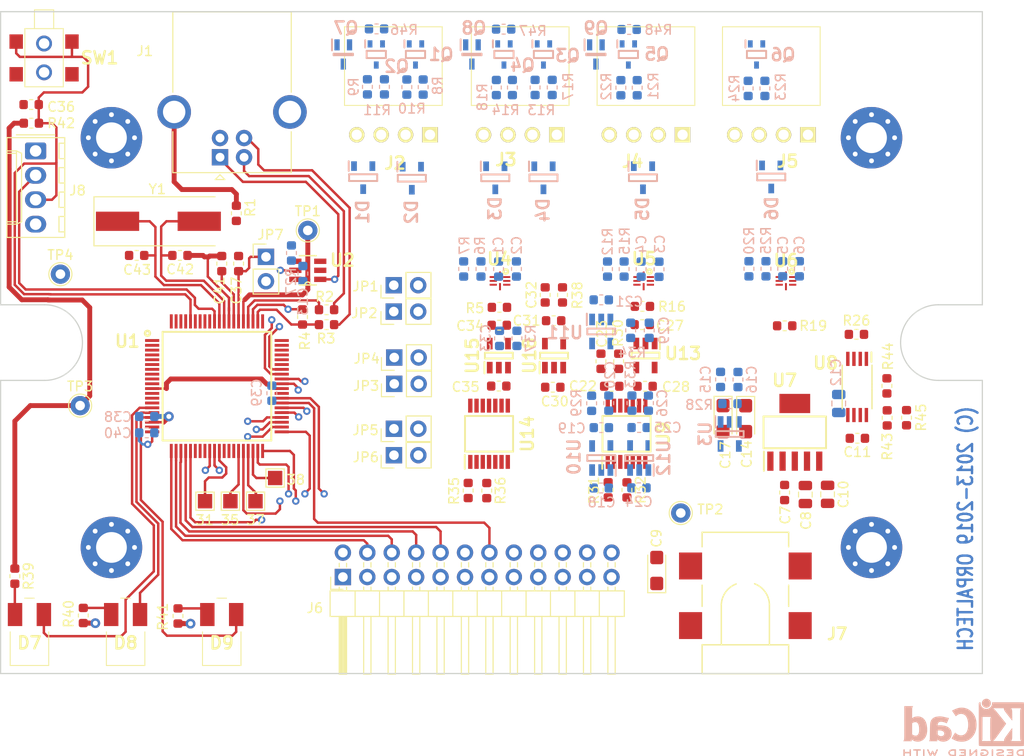
<source format=kicad_pcb>
(kicad_pcb (version 20171130) (host pcbnew 5.1.4-e60b266~84~ubuntu18.04.1)
  (title_block (title "Dreamstalker PRO") (date 2019-08-21) (rev v1.0))
  (layers (0 F.Cu signal) (31 B.Cu signal) (34 B.Paste user) (35 F.Paste user) (36 B.SilkS user) (37 F.SilkS user) (38 B.Mask user) (39 F.Mask user) (44 Edge.Cuts user))
  (net 0 "")
  (net 1 GND)
  (net 2 "Net-(Q1-Pad1)")
  (net 3 "Net-(Q5-Pad1)")
  (net 4 "Net-(Q3-Pad1)")
  (net 5 "Net-(R19-Pad1)")
  (net 6 "Net-(C11-Pad2)")
  (net 7 "Net-(U1-Pad27)")
  (net 8 "Net-(U1-Pad28)")
  (net 9 "Net-(C13-Pad2)")
  (net 10 +3V3)
  (net 11 VPUV.1)
  (net 12 VPUV.2)
  (net 13 +V_PLUG)
  (net 14 "Net-(C11-Pad1)")
  (net 15 "Net-(C10-Pad1)")
  (net 16 +V_USB)
  (net 17 5V-MUX)
  (net 18 "Net-(C16-Pad1)")
  (net 19 "Net-(C19-Pad2)")
  (net 20 VVOD.1)
  (net 21 "Net-(C22-Pad2)")
  (net 22 VVOD.3)
  (net 23 "Net-(C25-Pad2)")
  (net 24 VVOD.2)
  (net 25 "Net-(C28-Pad2)")
  (net 26 VVOD.4)
  (net 27 "Net-(C31-Pad2)")
  (net 28 "Net-(C34-Pad2)")
  (net 29 RST)
  (net 30 "Net-(C37-Pad2)")
  (net 31 "Net-(C40-Pad2)")
  (net 32 "Net-(C41-Pad2)")
  (net 33 XT2IN)
  (net 34 XT2OUT)
  (net 35 "Net-(D1-Pad3)")
  (net 36 "Net-(D1-Pad1)")
  (net 37 "Net-(D2-Pad3)")
  (net 38 "Net-(D2-Pad1)")
  (net 39 "Net-(D3-Pad3)")
  (net 40 "Net-(D3-Pad1)")
  (net 41 "Net-(D4-Pad3)")
  (net 42 "Net-(D5-Pad3)")
  (net 43 "Net-(D5-Pad1)")
  (net 44 "Net-(D6-Pad3)")
  (net 45 "Net-(D6-Pad1)")
  (net 46 "Net-(D7-Pad2)")
  (net 47 P8.0)
  (net 48 "Net-(D8-Pad2)")
  (net 49 P8.1)
  (net 50 "Net-(D9-Pad2)")
  (net 51 P8.2)
  (net 52 "Net-(E1-Pad1)")
  (net 53 "Net-(E2-Pad1)")
  (net 54 "Net-(E3-Pad1)")
  (net 55 "Net-(E4-Pad1)")
  (net 56 "Net-(J1-Pad5)")
  (net 57 "Net-(J1-Pad3)")
  (net 58 "Net-(J1-Pad2)")
  (net 59 "Net-(J3-Pad2)")
  (net 60 P3.2)
  (net 61 P2.7)
  (net 62 P3.3)
  (net 63 P3.4)
  (net 64 P6.7)
  (net 65 P4.3)
  (net 66 P6.6)
  (net 67 P4.2)
  (net 68 P6.5)
  (net 69 P1.4)
  (net 70 P6.4)
  (net 71 P1.3)
  (net 72 P6.3)
  (net 73 P1.2)
  (net 74 P6.2)
  (net 75 P1.1)
  (net 76 P6.1)
  (net 77 P1.0)
  (net 78 P6.0)
  (net 79 TCK)
  (net 80 "Net-(JP1-Pad2)")
  (net 81 SMBC.1)
  (net 82 "Net-(JP2-Pad2)")
  (net 83 SMBD.1)
  (net 84 "Net-(JP3-Pad2)")
  (net 85 SMBC.2)
  (net 86 "Net-(JP4-Pad2)")
  (net 87 SMBD.2)
  (net 88 "Net-(JP5-Pad2)")
  (net 89 SW.2)
  (net 90 "Net-(JP6-Pad2)")
  (net 91 SW.1)
  (net 92 "Net-(JP7-Pad2)")
  (net 93 "Net-(Q1-Pad3)")
  (net 94 "Net-(Q2-Pad3)")
  (net 95 "Net-(Q3-Pad3)")
  (net 96 "Net-(Q4-Pad3)")
  (net 97 "Net-(Q5-Pad3)")
  (net 98 "Net-(Q6-Pad3)")
  (net 99 SMBPUE.1)
  (net 100 SMBPUE.2)
  (net 101 SWPUE)
  (net 102 "Net-(R2-Pad1)")
  (net 103 "Net-(R3-Pad1)")
  (net 104 "Net-(R5-Pad1)")
  (net 105 "Net-(R16-Pad1)")
  (net 106 "Net-(R26-Pad1)")
  (net 107 "Net-(R27-Pad2)")
  (net 108 SCLBRD)
  (net 109 SDABRD)
  (net 110 "Net-(R43-Pad2)")
  (net 111 "Net-(R45-Pad2)")
  (net 112 "Net-(U1-Pad75)")
  (net 113 "Net-(U1-Pad74)")
  (net 114 "Net-(U1-Pad73)")
  (net 115 "Net-(U1-Pad72)")
  (net 116 VVOD.4EN)
  (net 117 VVOD.3EN)
  (net 118 VVOD.2EN)
  (net 119 VVOD.1EN)
  (net 120 "Net-(U1-Pad56)")
  (net 121 "Net-(U1-Pad55)")
  (net 122 "Net-(U1-Pad34)")
  (net 123 "Net-(U1-Pad33)")
  (net 124 "Net-(U1-Pad32)")
  (net 125 "Net-(U1-Pad26)")
  (net 126 "Net-(U1-Pad13)")
  (net 127 "Net-(U1-Pad12)")
  (net 128 "Net-(U1-Pad10)")
  (net 129 "Net-(U1-Pad9)")
  (net 130 "Net-(U1-Pad8)")
  (net 131 "Net-(U1-Pad7)")
  (net 132 "Net-(U1-Pad6)")
  (net 133 "Net-(U1-Pad5)")
  (net 134 "Net-(U2-Pad4)")
  (net 135 "Net-(U3-Pad4)")
  (net 136 "Net-(U14-Pad9)")
  (net 137 "Net-(U14-Pad8)")
  (net 138 "Net-(U14-Pad2)")
  (net 139 "Net-(U14-Pad1)")
  (module EV2400-Footprints:Molex_22053041 (layer F.Cu) (at 183.97 72.8)
    (fp_text reference J5 (at -2.1 2.76) (layer F.SilkS) (effects (font (size 1.27 1.27) (thickness 0.254))))
    (fp_text value Conn_01x04 hide)
    (pad 4 thru_hole circle (at -7.62 0 90) (size 1.6 1.6) (drill 1.07) (layers *.Cu *.Mask F.SilkS) (net 26 VVOD.4))
    (pad 3 thru_hole circle (at -5.08 0 90) (size 1.6 1.6) (drill 1.07) (layers *.Cu *.Mask F.SilkS) (net 45 "Net-(D6-Pad1)"))
    (pad 2 thru_hole circle (at -2.54 0 90) (size 1.6 1.6) (drill 1.07) (layers *.Cu *.Mask F.SilkS) (net 22 VVOD.3))
    (pad 1 thru_hole rect (at 0 0 90) (size 1.605 1.605) (drill 1.07) (layers *.Cu *.Mask F.SilkS) (net 1 GND))
  )
  (module EV2400-Footprints:Molex_22053041 (layer F.Cu) (at 170.93 72.8)
    (fp_text reference J4 (at -5.2 2.76) (layer F.SilkS) (effects (font (size 1.27 1.27) (thickness 0.254))))
    (fp_text value Conn_01x04 hide)
    (pad 4 thru_hole circle (at -7.62 0 90) (size 1.6 1.6) (drill 1.07) (layers *.Cu *.Mask F.SilkS) (net 26 VVOD.4))
    (pad 3 thru_hole circle (at -5.08 0 90) (size 1.6 1.6) (drill 1.07) (layers *.Cu *.Mask F.SilkS) (net 43 "Net-(D5-Pad1)"))
    (pad 2 thru_hole circle (at -2.54 0 90) (size 1.6 1.6) (drill 1.07) (layers *.Cu *.Mask F.SilkS) (net 22 VVOD.3))
    (pad 1 thru_hole rect (at 0 0 90) (size 1.605 1.605) (drill 1.07) (layers *.Cu *.Mask F.SilkS) (net 1 GND))
  )
  (module EV2400-Footprints:Molex_22053041 (layer F.Cu) (at 157.85 72.8)
    (fp_text reference J3 (at -5.29 2.59) (layer F.SilkS) (effects (font (size 1.27 1.27) (thickness 0.254))))
    (fp_text value Conn_01x04 hide)
    (pad 4 thru_hole circle (at -7.62 0 90) (size 1.6 1.6) (drill 1.07) (layers *.Cu *.Mask F.SilkS) (net 24 VVOD.2))
    (pad 3 thru_hole circle (at -5.08 0 90) (size 1.6 1.6) (drill 1.07) (layers *.Cu *.Mask F.SilkS) (net 40 "Net-(D3-Pad1)"))
    (pad 2 thru_hole circle (at -2.54 0 90) (size 1.6 1.6) (drill 1.07) (layers *.Cu *.Mask F.SilkS) (net 59 "Net-(J3-Pad2)"))
    (pad 1 thru_hole rect (at 0 0 90) (size 1.605 1.605) (drill 1.07) (layers *.Cu *.Mask F.SilkS) (net 1 GND))
  )
  (module EV2400-Footprints:Molex_22053041 (layer F.Cu) (at 144.66 72.8)
    (fp_text reference J2 (at -3.64 2.95) (layer F.SilkS) (effects (font (size 1.27 1.27) (thickness 0.254))))
    (fp_text value Conn_01x04 hide)
    (pad 4 thru_hole circle (at -7.62 0 90) (size 1.6 1.6) (drill 1.07) (layers *.Cu *.Mask F.SilkS) (net 20 VVOD.1))
    (pad 3 thru_hole circle (at -5.08 0 90) (size 1.6 1.6) (drill 1.07) (layers *.Cu *.Mask F.SilkS) (net 36 "Net-(D1-Pad1)"))
    (pad 2 thru_hole circle (at -2.54 0 90) (size 1.6 1.6) (drill 1.07) (layers *.Cu *.Mask F.SilkS) (net 38 "Net-(D2-Pad1)"))
    (pad 1 thru_hole rect (at 0 0 90) (size 1.605 1.605) (drill 1.07) (layers *.Cu *.Mask F.SilkS) (net 1 GND))
  )
  (module EV2400-Footprints:TestPoint_Pad_1.5x1.5mm (layer F.Cu) (at 128.55 108.5)
    (fp_text reference E4 hide)
    (fp_text value 38 (at 2.15 0.18) (layer F.SilkS))
    (pad 1 smd rect (at 0 0) (size 1.5 1.5) (layers F.Cu F.Mask) (net 55 "Net-(E4-Pad1)"))
  )
  (module EV2400-Footprints:TestPoint_Pad_1.5x1.5mm (layer F.Cu) (at 126.51 110.91)
    (fp_text reference E3 hide)
    (fp_text value 37 (at 0 1.94) (layer F.SilkS))
    (pad 1 smd rect (at 0 0) (size 1.5 1.5) (layers F.Cu F.Mask) (net 54 "Net-(E3-Pad1)"))
  )
  (module EV2400-Footprints:TestPoint_Pad_1.5x1.5mm (layer F.Cu) (at 123.9 110.91)
    (fp_text reference E2 hide)
    (fp_text value 35 (at -0.03 1.96) (layer F.SilkS))
    (pad 1 smd rect (at 0 0) (size 1.5 1.5) (layers F.Cu F.Mask) (net 53 "Net-(E2-Pad1)"))
  )
  (module EV2400-Footprints:TestPoint_Pad_1.5x1.5mm (layer F.Cu) (at 121.26 110.91)
    (fp_text reference E1 hide)
    (fp_text value 31 (at -0.03 1.96) (layer F.SilkS))
    (pad 1 smd rect (at 0 0) (size 1.5 1.5) (layers F.Cu F.Mask) (net 52 "Net-(E1-Pad1)"))
  )
  (module EV2400-Footprints:SOT95P280X145-6N (layer F.Cu) (at 131.95 86.9 180)
    (fp_text reference U2 (at -3.6 1.05) (layer F.SilkS) (effects (font (size 1.27 1.27) (thickness 0.254))))
    (fp_text value TPS2550DBV hide)
    (pad 6 smd rect (at 1.2954 -0.9398 270) (size 0.5588 1.27) (layers F.Cu F.Paste F.Mask) (net 16 +V_USB))
    (pad 5 smd rect (at 1.2954 0 270) (size 0.5588 1.27) (layers F.Cu F.Paste F.Mask) (net 107 "Net-(R27-Pad2)"))
    (pad 4 smd rect (at 1.2954 0.9398 270) (size 0.5588 1.27) (layers F.Cu F.Paste F.Mask) (net 134 "Net-(U2-Pad4)"))
    (pad 3 smd rect (at -1.2954 0.9398 270) (size 0.5588 1.27) (layers F.Cu F.Paste F.Mask) (net 1 GND))
    (pad 2 smd rect (at -1.2954 0 270) (size 0.5588 1.27) (layers F.Cu F.Paste F.Mask) (net 1 GND))
    (pad 1 smd rect (at -1.2954 -0.9398 270) (size 0.5588 1.27) (layers F.Cu F.Paste F.Mask) (net 9 "Net-(C13-Pad2)"))
  )
  (module EV2400-Footprints:SOT96P237X111-3N (layer B.Cu) (at 180.15 77.19 270)
    (fp_text reference D6 (at 3.28 -0.04 90) (layer B.SilkS) (effects (font (size 1.27 1.27) (thickness 0.254)) (justify mirror)))
    (fp_text value SL05T1G hide)
    (pad 3 smd rect (at 1.2 0 180) (size 0.6 1) (layers B.Cu B.Paste B.Mask) (net 44 "Net-(D6-Pad3)"))
    (pad 2 smd rect (at -1.2 -0.955 180) (size 0.6 1) (layers B.Cu B.Paste B.Mask) (net 1 GND))
    (pad 1 smd rect (at -1.2 0.955 180) (size 0.6 1) (layers B.Cu B.Paste B.Mask) (net 45 "Net-(D6-Pad1)"))
  )
  (module EV2400-Footprints:SOT96P237X111-3N (layer B.Cu) (at 166.81 77.27 270)
    (fp_text reference D5 (at 3.25 0.05 90) (layer B.SilkS) (effects (font (size 1.27 1.27) (thickness 0.254)) (justify mirror)))
    (fp_text value SL05T1G hide)
    (pad 3 smd rect (at 1.2 0 180) (size 0.6 1) (layers B.Cu B.Paste B.Mask) (net 42 "Net-(D5-Pad3)"))
    (pad 2 smd rect (at -1.2 -0.955 180) (size 0.6 1) (layers B.Cu B.Paste B.Mask) (net 1 GND))
    (pad 1 smd rect (at -1.2 0.955 180) (size 0.6 1) (layers B.Cu B.Paste B.Mask) (net 43 "Net-(D5-Pad1)"))
  )
  (module EV2400-Footprints:SOT96P237X111-3N (layer B.Cu) (at 156.46 77.28 270)
    (fp_text reference D4 (at 3.36 0.05 90) (layer B.SilkS) (effects (font (size 1.27 1.27) (thickness 0.254)) (justify mirror)))
    (fp_text value SL05T1G hide)
    (pad 3 smd rect (at 1.2 0 180) (size 0.6 1) (layers B.Cu B.Paste B.Mask) (net 41 "Net-(D4-Pad3)"))
    (pad 2 smd rect (at -1.2 -0.955 180) (size 0.6 1) (layers B.Cu B.Paste B.Mask) (net 1 GND))
    (pad 1 smd rect (at -1.2 0.955 180) (size 0.6 1) (layers B.Cu B.Paste B.Mask) (net 40 "Net-(D3-Pad1)"))
  )
  (module EV2400-Footprints:SOT96P237X111-3N (layer B.Cu) (at 151.45 77.28 270)
    (fp_text reference D3 (at 3.19 0.03 90) (layer B.SilkS) (effects (font (size 1.27 1.27) (thickness 0.254)) (justify mirror)))
    (fp_text value SL05T1G hide)
    (pad 3 smd rect (at 1.2 0 180) (size 0.6 1) (layers B.Cu B.Paste B.Mask) (net 39 "Net-(D3-Pad3)"))
    (pad 2 smd rect (at -1.2 -0.955 180) (size 0.6 1) (layers B.Cu B.Paste B.Mask) (net 1 GND))
    (pad 1 smd rect (at -1.2 0.955 180) (size 0.6 1) (layers B.Cu B.Paste B.Mask) (net 40 "Net-(D3-Pad1)"))
  )
  (module EV2400-Footprints:SOT96P237X111-3N (layer B.Cu) (at 142.77 77.32 270)
    (fp_text reference D2 (at 3.52 0.05 90) (layer B.SilkS) (effects (font (size 1.27 1.27) (thickness 0.254)) (justify mirror)))
    (fp_text value SL05T1G hide)
    (pad 3 smd rect (at 1.2 0 180) (size 0.6 1) (layers B.Cu B.Paste B.Mask) (net 37 "Net-(D2-Pad3)"))
    (pad 2 smd rect (at -1.2 -0.955 180) (size 0.6 1) (layers B.Cu B.Paste B.Mask) (net 1 GND))
    (pad 1 smd rect (at -1.2 0.955 180) (size 0.6 1) (layers B.Cu B.Paste B.Mask) (net 38 "Net-(D2-Pad1)"))
  )
  (module EV2400-Footprints:SOT96P237X111-3N (layer B.Cu) (at 137.71 77.26 270)
    (fp_text reference D1 (at 3.57 0.05 90) (layer B.SilkS) (effects (font (size 1.27 1.27) (thickness 0.254)) (justify mirror)))
    (fp_text value SL05T1G hide)
    (pad 3 smd rect (at 1.2 0 180) (size 0.6 1) (layers B.Cu B.Paste B.Mask) (net 35 "Net-(D1-Pad3)"))
    (pad 2 smd rect (at -1.2 -0.955 180) (size 0.6 1) (layers B.Cu B.Paste B.Mask) (net 1 GND))
    (pad 1 smd rect (at -1.2 0.955 180) (size 0.6 1) (layers B.Cu B.Paste B.Mask) (net 36 "Net-(D1-Pad1)"))
  )
  (module EV2400-Footprints:SOT95P280X145-5N (layer F.Cu) (at 157.56 95.77 90)
    (fp_text reference U18 (at 0 -2.54 90) (layer F.SilkS) (effects (font (size 1.27 1.27) (thickness 0.254))))
    (fp_text value TPS73601DBV hide)
    (pad 5 smd rect (at 1.25 -0.95 180) (size 0.6 1.2) (layers F.Cu F.Paste F.Mask) (net 12 VPUV.2))
    (pad 4 smd rect (at 1.25 0.95 180) (size 0.6 1.2) (layers F.Cu F.Paste F.Mask) (net 27 "Net-(C31-Pad2)"))
    (pad 3 smd rect (at -1.25 0.95 180) (size 0.6 1.2) (layers F.Cu F.Paste F.Mask) (net 17 5V-MUX))
    (pad 2 smd rect (at -1.25 0 180) (size 0.6 1.2) (layers F.Cu F.Paste F.Mask) (net 1 GND))
    (pad 1 smd rect (at -1.25 -0.95 180) (size 0.6 1.2) (layers F.Cu F.Paste F.Mask) (net 17 5V-MUX))
  )
  (module EV2400-Footprints:SOT95P280X145-5N (layer F.Cu) (at 151.82 95.77 90)
    (fp_text reference U15 (at -0.01 -2.76 90) (layer F.SilkS) (effects (font (size 1.27 1.27) (thickness 0.254))))
    (fp_text value TPS73601DBV hide)
    (pad 5 smd rect (at 1.25 -0.95 180) (size 0.6 1.2) (layers F.Cu F.Paste F.Mask) (net 11 VPUV.1))
    (pad 4 smd rect (at 1.25 0.95 180) (size 0.6 1.2) (layers F.Cu F.Paste F.Mask) (net 28 "Net-(C34-Pad2)"))
    (pad 3 smd rect (at -1.25 0.95 180) (size 0.6 1.2) (layers F.Cu F.Paste F.Mask) (net 17 5V-MUX))
    (pad 2 smd rect (at -1.25 0 180) (size 0.6 1.2) (layers F.Cu F.Paste F.Mask) (net 1 GND))
    (pad 1 smd rect (at -1.25 -0.95 180) (size 0.6 1.2) (layers F.Cu F.Paste F.Mask) (net 17 5V-MUX))
  )
  (module EV2400-Footprints:SOT95P280X145-5N (layer F.Cu) (at 167.07 95.76 270)
    (fp_text reference U13 (at -0.21 -3.9) (layer F.SilkS) (effects (font (size 1.27 1.27) (thickness 0.254))))
    (fp_text value TPS73601DBV hide)
    (pad 5 smd rect (at 1.25 -0.95) (size 0.6 1.2) (layers F.Cu F.Paste F.Mask) (net 26 VVOD.4))
    (pad 4 smd rect (at 1.25 0.95) (size 0.6 1.2) (layers F.Cu F.Paste F.Mask) (net 25 "Net-(C28-Pad2)"))
    (pad 3 smd rect (at -1.25 0.95) (size 0.6 1.2) (layers F.Cu F.Paste F.Mask) (net 116 VVOD.4EN))
    (pad 2 smd rect (at -1.25 0) (size 0.6 1.2) (layers F.Cu F.Paste F.Mask) (net 1 GND))
    (pad 1 smd rect (at -1.25 -0.95) (size 0.6 1.2) (layers F.Cu F.Paste F.Mask) (net 17 5V-MUX))
  )
  (module EV2400-Footprints:SOT95P280X145-5N (layer B.Cu) (at 166.42 106.42 90)
    (fp_text reference U12 (at 0 2.54 90) (layer B.SilkS) (effects (font (size 1.27 1.27) (thickness 0.254)) (justify mirror)))
    (fp_text value TPS73601DBV hide)
    (pad 5 smd rect (at 1.25 0.95) (size 0.6 1.2) (layers B.Cu B.Paste B.Mask) (net 24 VVOD.2))
    (pad 4 smd rect (at 1.25 -0.95) (size 0.6 1.2) (layers B.Cu B.Paste B.Mask) (net 23 "Net-(C25-Pad2)"))
    (pad 3 smd rect (at -1.25 -0.95) (size 0.6 1.2) (layers B.Cu B.Paste B.Mask) (net 118 VVOD.2EN))
    (pad 2 smd rect (at -1.25 0) (size 0.6 1.2) (layers B.Cu B.Paste B.Mask) (net 1 GND))
    (pad 1 smd rect (at -1.25 0.95) (size 0.6 1.2) (layers B.Cu B.Paste B.Mask) (net 17 5V-MUX))
  )
  (module EV2400-Footprints:SOT95P280X145-5N (layer B.Cu) (at 162.47 93.26 270)
    (fp_text reference U11 (at 0.12 3.79) (layer B.SilkS) (effects (font (size 1.27 1.27) (thickness 0.254)) (justify mirror)))
    (fp_text value TPS73601DBV hide)
    (pad 5 smd rect (at 1.25 0.95 180) (size 0.6 1.2) (layers B.Cu B.Paste B.Mask) (net 22 VVOD.3))
    (pad 4 smd rect (at 1.25 -0.95 180) (size 0.6 1.2) (layers B.Cu B.Paste B.Mask) (net 21 "Net-(C22-Pad2)"))
    (pad 3 smd rect (at -1.25 -0.95 180) (size 0.6 1.2) (layers B.Cu B.Paste B.Mask) (net 117 VVOD.3EN))
    (pad 2 smd rect (at -1.25 0 180) (size 0.6 1.2) (layers B.Cu B.Paste B.Mask) (net 1 GND))
    (pad 1 smd rect (at -1.25 0.95 180) (size 0.6 1.2) (layers B.Cu B.Paste B.Mask) (net 17 5V-MUX))
  )
  (module EV2400-Footprints:SOT95P280X145-5N (layer B.Cu) (at 162.47 106.42 90)
    (fp_text reference U10 (at 0.13 -2.84 90) (layer B.SilkS) (effects (font (size 1.27 1.27) (thickness 0.254)) (justify mirror)))
    (fp_text value TPS73601DBV hide)
    (pad 5 smd rect (at 1.25 0.95) (size 0.6 1.2) (layers B.Cu B.Paste B.Mask) (net 20 VVOD.1))
    (pad 4 smd rect (at 1.25 -0.95) (size 0.6 1.2) (layers B.Cu B.Paste B.Mask) (net 19 "Net-(C19-Pad2)"))
    (pad 3 smd rect (at -1.25 -0.95) (size 0.6 1.2) (layers B.Cu B.Paste B.Mask) (net 119 VVOD.1EN))
    (pad 2 smd rect (at -1.25 0) (size 0.6 1.2) (layers B.Cu B.Paste B.Mask) (net 1 GND))
    (pad 1 smd rect (at -1.25 0.95) (size 0.6 1.2) (layers B.Cu B.Paste B.Mask) (net 17 5V-MUX))
  )
  (module EV2400-Footprints:SOT95P280X145-5N (layer B.Cu) (at 175.83 103.92 270)
    (fp_text reference U3 (at 0 2.54 90) (layer B.SilkS) (effects (font (size 1.27 1.27) (thickness 0.254)) (justify mirror)))
    (fp_text value TPS76333DBV hide)
    (pad 5 smd rect (at 1.25 0.95 180) (size 0.6 1.2) (layers B.Cu B.Paste B.Mask) (net 10 +3V3))
    (pad 4 smd rect (at 1.25 -0.95 180) (size 0.6 1.2) (layers B.Cu B.Paste B.Mask) (net 135 "Net-(U3-Pad4)"))
    (pad 3 smd rect (at -1.25 -0.95 180) (size 0.6 1.2) (layers B.Cu B.Paste B.Mask) (net 18 "Net-(C16-Pad1)"))
    (pad 2 smd rect (at -1.25 0 180) (size 0.6 1.2) (layers B.Cu B.Paste B.Mask) (net 1 GND))
    (pad 1 smd rect (at -1.25 0.95 180) (size 0.6 1.2) (layers B.Cu B.Paste B.Mask) (net 17 5V-MUX))
  )
  (module EV2400-Footprints:SOP65P640X120-8N (layer F.Cu) (at 189.08 99.03 270)
    (fp_text reference U8 (at -2.49 3.28) (layer F.SilkS) (effects (font (size 1.27 1.27) (thickness 0.254))))
    (fp_text value TPS2113APWR hide)
    (pad 8 smd rect (at 2.921 -0.9652) (size 0.3556 1.4732) (layers F.Cu F.Paste F.Mask) (net 14 "Net-(C11-Pad1)"))
    (pad 7 smd rect (at 2.921 -0.3302) (size 0.3556 1.4732) (layers F.Cu F.Paste F.Mask) (net 17 5V-MUX))
    (pad 6 smd rect (at 2.921 0.3302) (size 0.3556 1.4732) (layers F.Cu F.Paste F.Mask) (net 16 +V_USB))
    (pad 5 smd rect (at 2.921 0.9652) (size 0.3556 1.4732) (layers F.Cu F.Paste F.Mask) (net 6 "Net-(C11-Pad2)"))
    (pad 4 smd rect (at -2.921 0.9652) (size 0.3556 1.4732) (layers F.Cu F.Paste F.Mask) (net 106 "Net-(R26-Pad1)"))
    (pad 3 smd rect (at -2.921 0.3302) (size 0.3556 1.4732) (layers F.Cu F.Paste F.Mask) (net 110 "Net-(R43-Pad2)"))
    (pad 2 smd rect (at -2.921 -0.3302) (size 0.3556 1.4732) (layers F.Cu F.Paste F.Mask) (net 1 GND))
    (pad 1 smd rect (at -2.921 -0.9652) (size 0.3556 1.4732) (layers F.Cu F.Paste F.Mask) (net 111 "Net-(R45-Pad2)"))
  )
  (module EV2400-Footprints:DC-050-SMD-Power-Jack (layer F.Cu) (at 177.46 128.85 90)
    (fp_text reference J7 (at 3.43 8.35) (layer F.SilkS) (effects (font (size 1.2065 1.2065) (thickness 0.254)) (justify left bottom)))
    (fp_text value "Wall adapter" hide)
    (pad 1 smd rect (at 5 -5.7 90) (size 2.8 2.4) (layers F.Cu F.Paste F.Mask) (net 13 +V_PLUG))
    (pad 2 smd rect (at 5 5.7 90) (size 2.8 2.4) (layers F.Cu F.Paste F.Mask) (net 1 GND))
    (pad 4 smd rect (at 11.2 -5.7 90) (size 2.8 2.4) (layers F.Cu F.Paste F.Mask))
    (pad 3 smd rect (at 11.2 5.7 90) (size 2.8 2.4) (layers F.Cu F.Paste F.Mask) (net 1 GND))
    (pad "" np_thru_hole circle (at 5 0 90) (size 1.6 1.6) (drill 1.6) (layers *.Cu *.Mask))
    (pad "" np_thru_hole circle (at 9.5 0 90) (size 1.6 1.6) (drill 1.6) (layers *.Cu *.Mask))
  )
  (module EV2400-Footprints:USB_B_OST_USB-B1HSxx_Horizontal (layer F.Cu) (at 122.82 75.14 90)
    (fp_text reference J1 (at 11.04 -7.82) (layer F.SilkS))
    (fp_text value "USB Connector" hide)
    (pad 5 thru_hole circle (at 4.71 7.27 90) (size 3.5 3.5) (drill 2.33) (layers *.Cu *.Mask) (net 56 "Net-(J1-Pad5)"))
    (pad 5 thru_hole circle (at 4.71 -4.77 90) (size 3.5 3.5) (drill 2.33) (layers *.Cu *.Mask) (net 56 "Net-(J1-Pad5)"))
    (pad 4 thru_hole circle (at 2 0 90) (size 1.7 1.7) (drill 0.92) (layers *.Cu *.Mask) (net 1 GND))
    (pad 3 thru_hole circle (at 2 2.5 90) (size 1.7 1.7) (drill 0.92) (layers *.Cu *.Mask) (net 57 "Net-(J1-Pad3)"))
    (pad 2 thru_hole circle (at 0 2.5 90) (size 1.7 1.7) (drill 0.92) (layers *.Cu *.Mask) (net 58 "Net-(J1-Pad2)"))
    (pad 1 thru_hole rect (at 0 0 90) (size 1.7 1.7) (drill 0.92) (layers *.Cu *.Mask) (net 9 "Net-(C13-Pad2)"))
  )
  (module EV2400-Footprints:SOP65P640X105-14N (layer F.Cu) (at 150.8 103.9 90)
    (fp_text reference U14 (at -0.01 3.98 90) (layer F.SilkS) (effects (font (size 1.27 1.27) (thickness 0.254))))
    (fp_text value ISL90842UIV1427Z hide)
    (pad 14 smd rect (at 2.925 -1.95 180) (size 0.45 1.45) (layers F.Cu F.Paste F.Mask) (net 11 VPUV.1))
    (pad 13 smd rect (at 2.925 -1.3 180) (size 0.45 1.45) (layers F.Cu F.Paste F.Mask) (net 28 "Net-(C34-Pad2)"))
    (pad 12 smd rect (at 2.925 -0.65 180) (size 0.45 1.45) (layers F.Cu F.Paste F.Mask) (net 17 5V-MUX))
    (pad 11 smd rect (at 2.925 0 180) (size 0.45 1.45) (layers F.Cu F.Paste F.Mask) (net 17 5V-MUX))
    (pad 10 smd rect (at 2.925 0.65 180) (size 0.45 1.45) (layers F.Cu F.Paste F.Mask) (net 1 GND))
    (pad 9 smd rect (at 2.925 1.3 180) (size 0.45 1.45) (layers F.Cu F.Paste F.Mask) (net 136 "Net-(U14-Pad9)"))
    (pad 8 smd rect (at 2.925 1.95 180) (size 0.45 1.45) (layers F.Cu F.Paste F.Mask) (net 137 "Net-(U14-Pad8)"))
    (pad 7 smd rect (at -2.925 1.95 180) (size 0.45 1.45) (layers F.Cu F.Paste F.Mask) (net 27 "Net-(C31-Pad2)"))
    (pad 6 smd rect (at -2.925 1.3 180) (size 0.45 1.45) (layers F.Cu F.Paste F.Mask) (net 12 VPUV.2))
    (pad 5 smd rect (at -2.925 0.65 180) (size 0.45 1.45) (layers F.Cu F.Paste F.Mask) (net 1 GND))
    (pad 4 smd rect (at -2.925 0 180) (size 0.45 1.45) (layers F.Cu F.Paste F.Mask) (net 109 SDABRD))
    (pad 3 smd rect (at -2.925 -0.65 180) (size 0.45 1.45) (layers F.Cu F.Paste F.Mask) (net 108 SCLBRD))
    (pad 2 smd rect (at -2.925 -1.3 180) (size 0.45 1.45) (layers F.Cu F.Paste F.Mask) (net 138 "Net-(U14-Pad2)"))
    (pad 1 smd rect (at -2.925 -1.95 180) (size 0.45 1.45) (layers F.Cu F.Paste F.Mask) (net 139 "Net-(U14-Pad1)"))
  )
  (module EV2400-Footprints:SOP65P640X105-14N (layer F.Cu) (at 165.1 103.9 90)
    (fp_text reference U9 (at -0.01 3.82 90) (layer F.SilkS) (effects (font (size 1.27 1.27) (thickness 0.254))))
    (fp_text value ISL90842UIV1427Z hide)
    (pad 14 smd rect (at 2.925 -1.95 180) (size 0.45 1.45) (layers F.Cu F.Paste F.Mask) (net 22 VVOD.3))
    (pad 13 smd rect (at 2.925 -1.3 180) (size 0.45 1.45) (layers F.Cu F.Paste F.Mask) (net 21 "Net-(C22-Pad2)"))
    (pad 12 smd rect (at 2.925 -0.65 180) (size 0.45 1.45) (layers F.Cu F.Paste F.Mask) (net 17 5V-MUX))
    (pad 11 smd rect (at 2.925 0 180) (size 0.45 1.45) (layers F.Cu F.Paste F.Mask) (net 1 GND))
    (pad 10 smd rect (at 2.925 0.65 180) (size 0.45 1.45) (layers F.Cu F.Paste F.Mask) (net 1 GND))
    (pad 9 smd rect (at 2.925 1.3 180) (size 0.45 1.45) (layers F.Cu F.Paste F.Mask) (net 25 "Net-(C28-Pad2)"))
    (pad 8 smd rect (at 2.925 1.95 180) (size 0.45 1.45) (layers F.Cu F.Paste F.Mask) (net 26 VVOD.4))
    (pad 7 smd rect (at -2.925 1.95 180) (size 0.45 1.45) (layers F.Cu F.Paste F.Mask) (net 23 "Net-(C25-Pad2)"))
    (pad 6 smd rect (at -2.925 1.3 180) (size 0.45 1.45) (layers F.Cu F.Paste F.Mask) (net 24 VVOD.2))
    (pad 5 smd rect (at -2.925 0.65 180) (size 0.45 1.45) (layers F.Cu F.Paste F.Mask) (net 1 GND))
    (pad 4 smd rect (at -2.925 0 180) (size 0.45 1.45) (layers F.Cu F.Paste F.Mask) (net 109 SDABRD))
    (pad 3 smd rect (at -2.925 -0.65 180) (size 0.45 1.45) (layers F.Cu F.Paste F.Mask) (net 108 SCLBRD))
    (pad 2 smd rect (at -2.925 -1.3 180) (size 0.45 1.45) (layers F.Cu F.Paste F.Mask) (net 20 VVOD.1))
    (pad 1 smd rect (at -2.925 -1.95 180) (size 0.45 1.45) (layers F.Cu F.Paste F.Mask) (net 19 "Net-(C19-Pad2)"))
  )
  (module EV2400-Footprints:SOT127P706X180-6N (layer F.Cu) (at 182.6 103.75 90)
    (fp_text reference U7 (at 5.4 -1.06) (layer F.SilkS) (effects (font (size 1.27 1.27) (thickness 0.254))))
    (fp_text value TPS79650DCQ hide)
    (pad 6 smd rect (at 3 0 90) (size 2 3.2) (layers F.Cu F.Paste F.Mask) (net 1 GND))
    (pad 5 smd rect (at -3 2.54 180) (size 0.65 2) (layers F.Cu F.Paste F.Mask) (net 15 "Net-(C10-Pad1)"))
    (pad 4 smd rect (at -3 1.27 180) (size 0.65 2) (layers F.Cu F.Paste F.Mask) (net 14 "Net-(C11-Pad1)"))
    (pad 3 smd rect (at -3 0 180) (size 0.65 2) (layers F.Cu F.Paste F.Mask) (net 1 GND))
    (pad 2 smd rect (at -3 -1.27 180) (size 0.65 2) (layers F.Cu F.Paste F.Mask) (net 13 +V_PLUG))
    (pad 1 smd rect (at -3 -2.54 180) (size 0.65 2) (layers F.Cu F.Paste F.Mask) (net 13 +V_PLUG))
  )
  (module EV2400-Footprints:SOT65P210X100-3N (layer B.Cu) (at 178.62 64.45 270)
    (fp_text reference Q6 (at 0.03 -2.75) (layer B.SilkS) (effects (font (size 1.27 1.27) (thickness 0.254)) (justify mirror)))
    (fp_text value BSS209PW hide)
    (pad 3 smd rect (at 1.1 0 180) (size 0.5 0.75) (layers B.Cu B.Paste B.Mask) (net 98 "Net-(Q6-Pad3)"))
    (pad 2 smd rect (at -1.1 -0.65 180) (size 0.5 0.75) (layers B.Cu B.Paste B.Mask) (net 11 VPUV.1))
    (pad 1 smd rect (at -1.1 0.65 180) (size 0.5 0.75) (layers B.Cu B.Paste B.Mask) (net 3 "Net-(Q5-Pad1)"))
  )
  (module EV2400-Footprints:SOT65P210X100-3N (layer B.Cu) (at 165.29 64.45 270)
    (fp_text reference Q5 (at -0.04 -2.96 180) (layer B.SilkS) (effects (font (size 1.27 1.27) (thickness 0.254)) (justify mirror)))
    (fp_text value BSS209PW hide)
    (pad 3 smd rect (at 1.1 0 180) (size 0.5 0.75) (layers B.Cu B.Paste B.Mask) (net 97 "Net-(Q5-Pad3)"))
    (pad 2 smd rect (at -1.1 -0.65 180) (size 0.5 0.75) (layers B.Cu B.Paste B.Mask) (net 11 VPUV.1))
    (pad 1 smd rect (at -1.1 0.65 180) (size 0.5 0.75) (layers B.Cu B.Paste B.Mask) (net 3 "Net-(Q5-Pad1)"))
  )
  (module EV2400-Footprints:SOT65P210X100-3N (layer B.Cu) (at 152.35 64.45 270)
    (fp_text reference Q4 (at 1.12 -1.93) (layer B.SilkS) (effects (font (size 1.27 1.27) (thickness 0.254)) (justify mirror)))
    (fp_text value BSS209PW hide)
    (pad 3 smd rect (at 1.1 0 180) (size 0.5 0.75) (layers B.Cu B.Paste B.Mask) (net 96 "Net-(Q4-Pad3)"))
    (pad 2 smd rect (at -1.1 -0.65 180) (size 0.5 0.75) (layers B.Cu B.Paste B.Mask) (net 12 VPUV.2))
    (pad 1 smd rect (at -1.1 0.65 180) (size 0.5 0.75) (layers B.Cu B.Paste B.Mask) (net 4 "Net-(Q3-Pad1)"))
  )
  (module EV2400-Footprints:SOT65P210X100-3N (layer B.Cu) (at 156.46 64.45 270)
    (fp_text reference Q3 (at 0.12 -2.51) (layer B.SilkS) (effects (font (size 1.27 1.27) (thickness 0.254)) (justify mirror)))
    (fp_text value BSS209PW hide)
    (pad 3 smd rect (at 1.1 0 180) (size 0.5 0.75) (layers B.Cu B.Paste B.Mask) (net 95 "Net-(Q3-Pad3)"))
    (pad 2 smd rect (at -1.1 -0.65 180) (size 0.5 0.75) (layers B.Cu B.Paste B.Mask) (net 12 VPUV.2))
    (pad 1 smd rect (at -1.1 0.65 180) (size 0.5 0.75) (layers B.Cu B.Paste B.Mask) (net 4 "Net-(Q3-Pad1)"))
  )
  (module EV2400-Footprints:SOT65P210X100-3N (layer B.Cu) (at 139.07 64.45 270)
    (fp_text reference Q2 (at 1.23 -2.12) (layer B.SilkS) (effects (font (size 1.27 1.27) (thickness 0.254)) (justify mirror)))
    (fp_text value BSS209PW hide)
    (pad 3 smd rect (at 1.1 0 180) (size 0.5 0.75) (layers B.Cu B.Paste B.Mask) (net 94 "Net-(Q2-Pad3)"))
    (pad 2 smd rect (at -1.1 -0.65 180) (size 0.5 0.75) (layers B.Cu B.Paste B.Mask) (net 11 VPUV.1))
    (pad 1 smd rect (at -1.1 0.65 180) (size 0.5 0.75) (layers B.Cu B.Paste B.Mask) (net 2 "Net-(Q1-Pad1)"))
  )
  (module EV2400-Footprints:SOT65P210X100-3N (layer B.Cu) (at 143.15 64.45 270)
    (fp_text reference Q1 (at 0 -2.66) (layer B.SilkS) (effects (font (size 1.27 1.27) (thickness 0.254)) (justify mirror)))
    (fp_text value BSS209PW hide)
    (pad 3 smd rect (at 1.1 0 180) (size 0.5 0.75) (layers B.Cu B.Paste B.Mask) (net 93 "Net-(Q1-Pad3)"))
    (pad 2 smd rect (at -1.1 -0.65 180) (size 0.5 0.75) (layers B.Cu B.Paste B.Mask) (net 11 VPUV.1))
    (pad 1 smd rect (at -1.1 0.65 180) (size 0.5 0.75) (layers B.Cu B.Paste B.Mask) (net 2 "Net-(Q1-Pad1)"))
  )
  (module EV2400-Footprints:QFP50P1400X1400X160-80N (layer F.Cu) (at 122.5 98.95)
    (fp_text reference U1 (at -9.32 -4.68) (layer F.SilkS) (effects (font (size 1.27 1.27) (thickness 0.254))))
    (fp_text value MSP430F5529IPNR hide)
    (pad 80 smd rect (at -4.75 -6.738) (size 0.3 1.475) (layers F.Cu F.Paste F.Mask) (net 72 P6.3))
    (pad 79 smd rect (at -4.25 -6.738) (size 0.3 1.475) (layers F.Cu F.Paste F.Mask) (net 74 P6.2))
    (pad 78 smd rect (at -3.75 -6.738) (size 0.3 1.475) (layers F.Cu F.Paste F.Mask) (net 76 P6.1))
    (pad 77 smd rect (at -3.25 -6.738) (size 0.3 1.475) (layers F.Cu F.Paste F.Mask) (net 78 P6.0))
    (pad 76 smd rect (at -2.75 -6.738) (size 0.3 1.475) (layers F.Cu F.Paste F.Mask) (net 29 RST))
    (pad 75 smd rect (at -2.25 -6.738) (size 0.3 1.475) (layers F.Cu F.Paste F.Mask) (net 112 "Net-(U1-Pad75)"))
    (pad 74 smd rect (at -1.75 -6.738) (size 0.3 1.475) (layers F.Cu F.Paste F.Mask) (net 113 "Net-(U1-Pad74)"))
    (pad 73 smd rect (at -1.25 -6.738) (size 0.3 1.475) (layers F.Cu F.Paste F.Mask) (net 114 "Net-(U1-Pad73)"))
    (pad 72 smd rect (at -0.75 -6.738) (size 0.3 1.475) (layers F.Cu F.Paste F.Mask) (net 115 "Net-(U1-Pad72)"))
    (pad 71 smd rect (at -0.25 -6.738) (size 0.3 1.475) (layers F.Cu F.Paste F.Mask) (net 79 TCK))
    (pad 70 smd rect (at 0.25 -6.738) (size 0.3 1.475) (layers F.Cu F.Paste F.Mask) (net 34 XT2OUT))
    (pad 69 smd rect (at 0.75 -6.738) (size 0.3 1.475) (layers F.Cu F.Paste F.Mask) (net 33 XT2IN))
    (pad 68 smd rect (at 1.25 -6.738) (size 0.3 1.475) (layers F.Cu F.Paste F.Mask) (net 1 GND))
    (pad 67 smd rect (at 1.75 -6.738) (size 0.3 1.475) (layers F.Cu F.Paste F.Mask) (net 32 "Net-(C41-Pad2)"))
    (pad 66 smd rect (at 2.25 -6.738) (size 0.3 1.475) (layers F.Cu F.Paste F.Mask) (net 30 "Net-(C37-Pad2)"))
    (pad 65 smd rect (at 2.75 -6.738) (size 0.3 1.475) (layers F.Cu F.Paste F.Mask) (net 16 +V_USB))
    (pad 64 smd rect (at 3.25 -6.738) (size 0.3 1.475) (layers F.Cu F.Paste F.Mask) (net 102 "Net-(R2-Pad1)"))
    (pad 63 smd rect (at 3.75 -6.738) (size 0.3 1.475) (layers F.Cu F.Paste F.Mask) (net 92 "Net-(JP7-Pad2)"))
    (pad 62 smd rect (at 4.25 -6.738) (size 0.3 1.475) (layers F.Cu F.Paste F.Mask) (net 103 "Net-(R3-Pad1)"))
    (pad 61 smd rect (at 4.75 -6.738) (size 0.3 1.475) (layers F.Cu F.Paste F.Mask) (net 1 GND))
    (pad 60 smd rect (at 6.738 -4.75 90) (size 0.3 1.475) (layers F.Cu F.Paste F.Mask) (net 116 VVOD.4EN))
    (pad 59 smd rect (at 6.738 -4.25 90) (size 0.3 1.475) (layers F.Cu F.Paste F.Mask) (net 117 VVOD.3EN))
    (pad 58 smd rect (at 6.738 -3.75 90) (size 0.3 1.475) (layers F.Cu F.Paste F.Mask) (net 118 VVOD.2EN))
    (pad 57 smd rect (at 6.738 -3.25 90) (size 0.3 1.475) (layers F.Cu F.Paste F.Mask) (net 119 VVOD.1EN))
    (pad 56 smd rect (at 6.738 -2.75 90) (size 0.3 1.475) (layers F.Cu F.Paste F.Mask) (net 120 "Net-(U1-Pad56)"))
    (pad 55 smd rect (at 6.738 -2.25 90) (size 0.3 1.475) (layers F.Cu F.Paste F.Mask) (net 121 "Net-(U1-Pad55)"))
    (pad 54 smd rect (at 6.738 -1.75 90) (size 0.3 1.475) (layers F.Cu F.Paste F.Mask) (net 83 SMBD.1))
    (pad 53 smd rect (at 6.738 -1.25 90) (size 0.3 1.475) (layers F.Cu F.Paste F.Mask) (net 81 SMBC.1))
    (pad 52 smd rect (at 6.738 -0.75 90) (size 0.3 1.475) (layers F.Cu F.Paste F.Mask) (net 87 SMBD.2))
    (pad 51 smd rect (at 6.738 -0.25 90) (size 0.3 1.475) (layers F.Cu F.Paste F.Mask) (net 85 SMBC.2))
    (pad 50 smd rect (at 6.738 0.25 90) (size 0.3 1.475) (layers F.Cu F.Paste F.Mask) (net 10 +3V3))
    (pad 49 smd rect (at 6.738 0.75 90) (size 0.3 1.475) (layers F.Cu F.Paste F.Mask) (net 1 GND))
    (pad 48 smd rect (at 6.738 1.25 90) (size 0.3 1.475) (layers F.Cu F.Paste F.Mask) (net 65 P4.3))
    (pad 47 smd rect (at 6.738 1.75 90) (size 0.3 1.475) (layers F.Cu F.Paste F.Mask) (net 67 P4.2))
    (pad 46 smd rect (at 6.738 2.25 90) (size 0.3 1.475) (layers F.Cu F.Paste F.Mask) (net 109 SDABRD))
    (pad 45 smd rect (at 6.738 2.75 90) (size 0.3 1.475) (layers F.Cu F.Paste F.Mask) (net 108 SCLBRD))
    (pad 44 smd rect (at 6.738 3.25 90) (size 0.3 1.475) (layers F.Cu F.Paste F.Mask) (net 101 SWPUE))
    (pad 43 smd rect (at 6.738 3.75 90) (size 0.3 1.475) (layers F.Cu F.Paste F.Mask) (net 100 SMBPUE.2))
    (pad 42 smd rect (at 6.738 4.25 90) (size 0.3 1.475) (layers F.Cu F.Paste F.Mask) (net 99 SMBPUE.1))
    (pad 41 smd rect (at 6.738 4.75 90) (size 0.3 1.475) (layers F.Cu F.Paste F.Mask) (net 63 P3.4))
    (pad 40 smd rect (at 4.75 6.738) (size 0.3 1.475) (layers F.Cu F.Paste F.Mask) (net 62 P3.3))
    (pad 39 smd rect (at 4.25 6.738) (size 0.3 1.475) (layers F.Cu F.Paste F.Mask) (net 60 P3.2))
    (pad 38 smd rect (at 3.75 6.738) (size 0.3 1.475) (layers F.Cu F.Paste F.Mask) (net 55 "Net-(E4-Pad1)"))
    (pad 37 smd rect (at 3.25 6.738) (size 0.3 1.475) (layers F.Cu F.Paste F.Mask) (net 54 "Net-(E3-Pad1)"))
    (pad 36 smd rect (at 2.75 6.738) (size 0.3 1.475) (layers F.Cu F.Paste F.Mask) (net 61 P2.7))
    (pad 35 smd rect (at 2.25 6.738) (size 0.3 1.475) (layers F.Cu F.Paste F.Mask) (net 53 "Net-(E2-Pad1)"))
    (pad 34 smd rect (at 1.75 6.738) (size 0.3 1.475) (layers F.Cu F.Paste F.Mask) (net 122 "Net-(U1-Pad34)"))
    (pad 33 smd rect (at 1.25 6.738) (size 0.3 1.475) (layers F.Cu F.Paste F.Mask) (net 123 "Net-(U1-Pad33)"))
    (pad 32 smd rect (at 0.75 6.738) (size 0.3 1.475) (layers F.Cu F.Paste F.Mask) (net 124 "Net-(U1-Pad32)"))
    (pad 31 smd rect (at 0.25 6.738) (size 0.3 1.475) (layers F.Cu F.Paste F.Mask) (net 52 "Net-(E1-Pad1)"))
    (pad 30 smd rect (at -0.25 6.738) (size 0.3 1.475) (layers F.Cu F.Paste F.Mask) (net 89 SW.2))
    (pad 29 smd rect (at -0.75 6.738) (size 0.3 1.475) (layers F.Cu F.Paste F.Mask) (net 91 SW.1))
    (pad 28 smd rect (at -1.25 6.738) (size 0.3 1.475) (layers F.Cu F.Paste F.Mask) (net 8 "Net-(U1-Pad28)"))
    (pad 27 smd rect (at -1.75 6.738) (size 0.3 1.475) (layers F.Cu F.Paste F.Mask) (net 7 "Net-(U1-Pad27)"))
    (pad 26 smd rect (at -2.25 6.738) (size 0.3 1.475) (layers F.Cu F.Paste F.Mask) (net 125 "Net-(U1-Pad26)"))
    (pad 25 smd rect (at -2.75 6.738) (size 0.3 1.475) (layers F.Cu F.Paste F.Mask) (net 69 P1.4))
    (pad 24 smd rect (at -3.25 6.738) (size 0.3 1.475) (layers F.Cu F.Paste F.Mask) (net 71 P1.3))
    (pad 23 smd rect (at -3.75 6.738) (size 0.3 1.475) (layers F.Cu F.Paste F.Mask) (net 73 P1.2))
    (pad 22 smd rect (at -4.25 6.738) (size 0.3 1.475) (layers F.Cu F.Paste F.Mask) (net 75 P1.1))
    (pad 21 smd rect (at -4.75 6.738) (size 0.3 1.475) (layers F.Cu F.Paste F.Mask) (net 77 P1.0))
    (pad 20 smd rect (at -6.738 4.75 90) (size 0.3 1.475) (layers F.Cu F.Paste F.Mask) (net 31 "Net-(C40-Pad2)"))
    (pad 19 smd rect (at -6.738 4.25 90) (size 0.3 1.475) (layers F.Cu F.Paste F.Mask) (net 1 GND))
    (pad 18 smd rect (at -6.738 3.75 90) (size 0.3 1.475) (layers F.Cu F.Paste F.Mask) (net 10 +3V3))
    (pad 17 smd rect (at -6.738 3.25 90) (size 0.3 1.475) (layers F.Cu F.Paste F.Mask) (net 51 P8.2))
    (pad 16 smd rect (at -6.738 2.75 90) (size 0.3 1.475) (layers F.Cu F.Paste F.Mask) (net 49 P8.1))
    (pad 15 smd rect (at -6.738 2.25 90) (size 0.3 1.475) (layers F.Cu F.Paste F.Mask) (net 47 P8.0))
    (pad 14 smd rect (at -6.738 1.75 90) (size 0.3 1.475) (layers F.Cu F.Paste F.Mask) (net 1 GND))
    (pad 13 smd rect (at -6.738 1.25 90) (size 0.3 1.475) (layers F.Cu F.Paste F.Mask) (net 126 "Net-(U1-Pad13)"))
    (pad 12 smd rect (at -6.738 0.75 90) (size 0.3 1.475) (layers F.Cu F.Paste F.Mask) (net 127 "Net-(U1-Pad12)"))
    (pad 11 smd rect (at -6.738 0.25 90) (size 0.3 1.475) (layers F.Cu F.Paste F.Mask) (net 10 +3V3))
    (pad 10 smd rect (at -6.738 -0.25 90) (size 0.3 1.475) (layers F.Cu F.Paste F.Mask) (net 128 "Net-(U1-Pad10)"))
    (pad 9 smd rect (at -6.738 -0.75 90) (size 0.3 1.475) (layers F.Cu F.Paste F.Mask) (net 129 "Net-(U1-Pad9)"))
    (pad 8 smd rect (at -6.738 -1.25 90) (size 0.3 1.475) (layers F.Cu F.Paste F.Mask) (net 130 "Net-(U1-Pad8)"))
    (pad 7 smd rect (at -6.738 -1.75 90) (size 0.3 1.475) (layers F.Cu F.Paste F.Mask) (net 131 "Net-(U1-Pad7)"))
    (pad 6 smd rect (at -6.738 -2.25 90) (size 0.3 1.475) (layers F.Cu F.Paste F.Mask) (net 132 "Net-(U1-Pad6)"))
    (pad 5 smd rect (at -6.738 -2.75 90) (size 0.3 1.475) (layers F.Cu F.Paste F.Mask) (net 133 "Net-(U1-Pad5)"))
    (pad 4 smd rect (at -6.738 -3.25 90) (size 0.3 1.475) (layers F.Cu F.Paste F.Mask) (net 64 P6.7))
    (pad 3 smd rect (at -6.738 -3.75 90) (size 0.3 1.475) (layers F.Cu F.Paste F.Mask) (net 66 P6.6))
    (pad 2 smd rect (at -6.738 -4.25 90) (size 0.3 1.475) (layers F.Cu F.Paste F.Mask) (net 68 P6.5))
    (pad 1 smd rect (at -6.738 -4.75 90) (size 0.3 1.475) (layers F.Cu F.Paste F.Mask) (net 70 P6.4))
  )
  (module EV2400-Footprints:SOT65P220X100-3N (layer B.Cu) (at 161.91 64.45 270)
    (fp_text reference Q9 (at -2.74 -0.01 180) (layer B.SilkS) (effects (font (size 1.27 1.27) (thickness 0.254)) (justify mirror)))
    (fp_text value 2N7002W hide)
    (pad 3 smd rect (at 1 0 180) (size 0.55 1.15) (layers B.Cu B.Paste B.Mask) (net 3 "Net-(Q5-Pad1)"))
    (pad 2 smd rect (at -1 -0.65 180) (size 0.55 1.15) (layers B.Cu B.Paste B.Mask) (net 1 GND))
    (pad 1 smd rect (at -1 0.65 180) (size 0.55 1.15) (layers B.Cu B.Paste B.Mask) (net 101 SWPUE))
  )
  (module EV2400-Footprints:SOT65P220X100-3N (layer B.Cu) (at 149.02 64.45 270)
    (fp_text reference Q8 (at -2.75 -0.2) (layer B.SilkS) (effects (font (size 1.27 1.27) (thickness 0.254)) (justify mirror)))
    (fp_text value 2N7002W hide)
    (pad 3 smd rect (at 1 0 180) (size 0.55 1.15) (layers B.Cu B.Paste B.Mask) (net 4 "Net-(Q3-Pad1)"))
    (pad 2 smd rect (at -1 -0.65 180) (size 0.55 1.15) (layers B.Cu B.Paste B.Mask) (net 1 GND))
    (pad 1 smd rect (at -1 0.65 180) (size 0.55 1.15) (layers B.Cu B.Paste B.Mask) (net 100 SMBPUE.2))
  )
  (module EV2400-Footprints:SOT65P220X100-3N (layer B.Cu) (at 135.64 64.45 270)
    (fp_text reference Q7 (at -2.75 -0.28) (layer B.SilkS) (effects (font (size 1.27 1.27) (thickness 0.254)) (justify mirror)))
    (fp_text value 2N7002W hide)
    (pad 3 smd rect (at 1 0 180) (size 0.55 1.15) (layers B.Cu B.Paste B.Mask) (net 2 "Net-(Q1-Pad1)"))
    (pad 2 smd rect (at -1 -0.65 180) (size 0.55 1.15) (layers B.Cu B.Paste B.Mask) (net 1 GND))
    (pad 1 smd rect (at -1 0.65 180) (size 0.55 1.15) (layers B.Cu B.Paste B.Mask) (net 99 SMBPUE.1))
  )
  (module EV2400-Footprints:PinHeader_2x12_P2.54mm_Horizontal (layer F.Cu) (at 135.6 118.8 90)
    (fp_text reference J6 (at -3.23 -2.91) (layer F.SilkS))
    (fp_text value Conn_02x12_Odd_Even hide)
    (pad 24 thru_hole oval (at 2.54 27.94 90) (size 1.7 1.7) (drill 1) (layers *.Cu *.Mask) (net 24 VVOD.2))
    (pad 23 thru_hole oval (at 0 27.94 90) (size 1.7 1.7) (drill 1) (layers *.Cu *.Mask) (net 20 VVOD.1))
    (pad 22 thru_hole oval (at 2.54 25.4 90) (size 1.7 1.7) (drill 1) (layers *.Cu *.Mask) (net 60 P3.2))
    (pad 21 thru_hole oval (at 0 25.4 90) (size 1.7 1.7) (drill 1) (layers *.Cu *.Mask) (net 1 GND))
    (pad 20 thru_hole oval (at 2.54 22.86 90) (size 1.7 1.7) (drill 1) (layers *.Cu *.Mask) (net 61 P2.7))
    (pad 19 thru_hole oval (at 0 22.86 90) (size 1.7 1.7) (drill 1) (layers *.Cu *.Mask) (net 62 P3.3))
    (pad 18 thru_hole oval (at 2.54 20.32 90) (size 1.7 1.7) (drill 1) (layers *.Cu *.Mask) (net 63 P3.4))
    (pad 17 thru_hole oval (at 0 20.32 90) (size 1.7 1.7) (drill 1) (layers *.Cu *.Mask) (net 64 P6.7))
    (pad 16 thru_hole oval (at 2.54 17.78 90) (size 1.7 1.7) (drill 1) (layers *.Cu *.Mask) (net 65 P4.3))
    (pad 15 thru_hole oval (at 0 17.78 90) (size 1.7 1.7) (drill 1) (layers *.Cu *.Mask) (net 66 P6.6))
    (pad 14 thru_hole oval (at 2.54 15.24 90) (size 1.7 1.7) (drill 1) (layers *.Cu *.Mask) (net 67 P4.2))
    (pad 13 thru_hole oval (at 0 15.24 90) (size 1.7 1.7) (drill 1) (layers *.Cu *.Mask) (net 68 P6.5))
    (pad 12 thru_hole oval (at 2.54 12.7 90) (size 1.7 1.7) (drill 1) (layers *.Cu *.Mask) (net 69 P1.4))
    (pad 11 thru_hole oval (at 0 12.7 90) (size 1.7 1.7) (drill 1) (layers *.Cu *.Mask) (net 70 P6.4))
    (pad 10 thru_hole oval (at 2.54 10.16 90) (size 1.7 1.7) (drill 1) (layers *.Cu *.Mask) (net 71 P1.3))
    (pad 9 thru_hole oval (at 0 10.16 90) (size 1.7 1.7) (drill 1) (layers *.Cu *.Mask) (net 72 P6.3))
    (pad 8 thru_hole oval (at 2.54 7.62 90) (size 1.7 1.7) (drill 1) (layers *.Cu *.Mask) (net 73 P1.2))
    (pad 7 thru_hole oval (at 0 7.62 90) (size 1.7 1.7) (drill 1) (layers *.Cu *.Mask) (net 74 P6.2))
    (pad 6 thru_hole oval (at 2.54 5.08 90) (size 1.7 1.7) (drill 1) (layers *.Cu *.Mask) (net 75 P1.1))
    (pad 5 thru_hole oval (at 0 5.08 90) (size 1.7 1.7) (drill 1) (layers *.Cu *.Mask) (net 76 P6.1))
    (pad 4 thru_hole oval (at 2.54 2.54 90) (size 1.7 1.7) (drill 1) (layers *.Cu *.Mask) (net 77 P1.0))
    (pad 3 thru_hole oval (at 0 2.54 90) (size 1.7 1.7) (drill 1) (layers *.Cu *.Mask) (net 78 P6.0))
    (pad 2 thru_hole oval (at 2.54 0 90) (size 1.7 1.7) (drill 1) (layers *.Cu *.Mask) (net 26 VVOD.4))
    (pad 1 thru_hole rect (at 0 0 90) (size 1.7 1.7) (drill 1) (layers *.Cu *.Mask) (net 22 VVOD.3))
  )
  (module EV2400-Footprints:EVQPSD02K (layer F.Cu) (at 104.52 64.81 90)
    (fp_text reference SW1 (at 0.01 5.78) (layer F.SilkS) (effects (font (size 1.27 1.27) (thickness 0.254))))
    (fp_text value ~ hide)
    (pad "" np_thru_hole circle (at 1.5 0 180) (size 1.65 1.65) (drill 1.1) (layers *.Cu *.Mask))
    (pad "" np_thru_hole circle (at -1.5 0 180) (size 1.65 1.65) (drill 1.1) (layers *.Cu *.Mask))
    (pad 2 smd rect (at 1.7 2.9 180) (size 1.4 1.5) (layers F.Cu F.Paste F.Mask) (net 29 RST))
    (pad 2 smd rect (at 1.7 -2.9 180) (size 1.4 1.5) (layers F.Cu F.Paste F.Mask) (net 29 RST))
    (pad 1 smd rect (at -1.7 2.9 180) (size 1.4 1.5) (layers F.Cu F.Paste F.Mask) (net 1 GND))
    (pad 1 smd rect (at -1.7 -2.9 180) (size 1.4 1.5) (layers F.Cu F.Paste F.Mask) (net 1 GND))
  )
  (module EV2400-Footprints:Crystal_SMD_HC49-SD (layer F.Cu) (at 116.41 81.8)
    (fp_text reference Y1 (at -0.11 -3.34) (layer F.SilkS))
    (fp_text value 4MHz hide)
    (pad 2 smd rect (at 4.25 0) (size 4.5 2) (layers F.Cu F.Paste F.Mask) (net 33 XT2IN))
    (pad 1 smd rect (at -4.25 0) (size 4.5 2) (layers F.Cu F.Paste F.Mask) (net 34 XT2OUT))
  )
  (module EV2400-Footprints:QFN40P120X140X55-8N (layer F.Cu) (at 181.68 88 270)
    (fp_text reference U6 (at -2.11 -0.01) (layer F.SilkS) (effects (font (size 1.27 1.27) (thickness 0.254))))
    (fp_text value ST2329BQTR hide)
    (pad 8 smd rect (at -0.4 -0.7 270) (size 0.2 0.75) (layers F.Cu F.Paste F.Mask) (net 11 VPUV.1))
    (pad 7 smd rect (at 0 -0.7 270) (size 0.2 0.75) (layers F.Cu F.Paste F.Mask) (net 90 "Net-(JP6-Pad2)"))
    (pad 6 smd rect (at 0.4 -0.7 270) (size 0.2 0.75) (layers F.Cu F.Paste F.Mask) (net 88 "Net-(JP5-Pad2)"))
    (pad 5 smd rect (at 0.6 0) (size 0.2 0.75) (layers F.Cu F.Paste F.Mask) (net 5 "Net-(R19-Pad1)"))
    (pad 4 smd rect (at 0.4 0.7 270) (size 0.2 0.75) (layers F.Cu F.Paste F.Mask) (net 1 GND))
    (pad 3 smd rect (at 0 0.7 270) (size 0.2 0.75) (layers F.Cu F.Paste F.Mask) (net 89 SW.2))
    (pad 2 smd rect (at -0.4 0.7 270) (size 0.2 0.75) (layers F.Cu F.Paste F.Mask) (net 91 SW.1))
    (pad 1 smd rect (at -0.6 0) (size 0.2 0.75) (layers F.Cu F.Paste F.Mask) (net 10 +3V3))
  )
  (module EV2400-Footprints:QFN40P120X140X55-8N (layer F.Cu) (at 166.88 88 270)
    (fp_text reference U5 (at -2.31 -0.05) (layer F.SilkS) (effects (font (size 1.27 1.27) (thickness 0.254))))
    (fp_text value ST2329BQTR hide)
    (pad 8 smd rect (at -0.4 -0.7 270) (size 0.2 0.75) (layers F.Cu F.Paste F.Mask) (net 12 VPUV.2))
    (pad 7 smd rect (at 0 -0.7 270) (size 0.2 0.75) (layers F.Cu F.Paste F.Mask) (net 84 "Net-(JP3-Pad2)"))
    (pad 6 smd rect (at 0.4 -0.7 270) (size 0.2 0.75) (layers F.Cu F.Paste F.Mask) (net 86 "Net-(JP4-Pad2)"))
    (pad 5 smd rect (at 0.6 0) (size 0.2 0.75) (layers F.Cu F.Paste F.Mask) (net 105 "Net-(R16-Pad1)"))
    (pad 4 smd rect (at 0.4 0.7 270) (size 0.2 0.75) (layers F.Cu F.Paste F.Mask) (net 1 GND))
    (pad 3 smd rect (at 0 0.7 270) (size 0.2 0.75) (layers F.Cu F.Paste F.Mask) (net 87 SMBD.2))
    (pad 2 smd rect (at -0.4 0.7 270) (size 0.2 0.75) (layers F.Cu F.Paste F.Mask) (net 85 SMBC.2))
    (pad 1 smd rect (at -0.6 0) (size 0.2 0.75) (layers F.Cu F.Paste F.Mask) (net 10 +3V3))
  )
  (module EV2400-Footprints:QFN40P120X140X55-8N (layer F.Cu) (at 151.94 88 270)
    (fp_text reference U4 (at -2.29 0.05) (layer F.SilkS) (effects (font (size 1.27 1.27) (thickness 0.254))))
    (fp_text value ST2329BQTR hide)
    (pad 8 smd rect (at -0.4 -0.7 270) (size 0.2 0.75) (layers F.Cu F.Paste F.Mask) (net 11 VPUV.1))
    (pad 7 smd rect (at 0 -0.7 270) (size 0.2 0.75) (layers F.Cu F.Paste F.Mask) (net 80 "Net-(JP1-Pad2)"))
    (pad 6 smd rect (at 0.4 -0.7 270) (size 0.2 0.75) (layers F.Cu F.Paste F.Mask) (net 82 "Net-(JP2-Pad2)"))
    (pad 5 smd rect (at 0.6 0) (size 0.2 0.75) (layers F.Cu F.Paste F.Mask) (net 104 "Net-(R5-Pad1)"))
    (pad 4 smd rect (at 0.4 0.7 270) (size 0.2 0.75) (layers F.Cu F.Paste F.Mask) (net 1 GND))
    (pad 3 smd rect (at 0 0.7 270) (size 0.2 0.75) (layers F.Cu F.Paste F.Mask) (net 83 SMBD.1))
    (pad 2 smd rect (at -0.4 0.7 270) (size 0.2 0.75) (layers F.Cu F.Paste F.Mask) (net 81 SMBC.1))
    (pad 1 smd rect (at -0.6 0) (size 0.2 0.75) (layers F.Cu F.Paste F.Mask) (net 10 +3V3))
  )
  (module EV2400-Footprints:TestPoint_THTPad_D2.0mm_Drill1.0mm (layer F.Cu) (at 106.22 87.3)
    (fp_text reference TP4 (at 0 -1.998) (layer F.SilkS))
    (fp_text value TestPoint hide)
    (pad 1 thru_hole circle (at 0 0) (size 2 2) (drill 1) (layers *.Cu *.Mask) (net 1 GND))
  )
  (module EV2400-Footprints:TestPoint_THTPad_D2.0mm_Drill1.0mm (layer F.Cu) (at 108.27 100.97)
    (fp_text reference TP3 (at 0 -1.998) (layer F.SilkS))
    (fp_text value TestPoint hide)
    (pad 1 thru_hole circle (at 0 0) (size 2 2) (drill 1) (layers *.Cu *.Mask) (net 10 +3V3))
  )
  (module EV2400-Footprints:TestPoint_THTPad_D2.0mm_Drill1.0mm (layer F.Cu) (at 170.74 112.14)
    (fp_text reference TP2 (at 3.08 -0.37) (layer F.SilkS))
    (fp_text value TestPoint hide)
    (pad 1 thru_hole circle (at 0 0) (size 2 2) (drill 1) (layers *.Cu *.Mask) (net 13 +V_PLUG))
  )
  (module EV2400-Footprints:TestPoint_THTPad_D2.0mm_Drill1.0mm (layer F.Cu) (at 131.95 82.75)
    (fp_text reference TP1 (at 0 -1.998) (layer F.SilkS))
    (fp_text value TestPoint hide)
    (pad 1 thru_hole circle (at 0 0) (size 2 2) (drill 1) (layers *.Cu *.Mask) (net 16 +V_USB))
  )
  (module EV2400-Footprints:R_0603_1608Metric (layer B.Cu) (at 165.37 61.85 180)
    (fp_text reference R48 (at -3.05 -0.04) (layer B.SilkS) (effects (justify mirror)))
    (fp_text value 100K hide)
    (pad 2 smd roundrect (at 0.7875 0 180) (size 0.875 0.95) (layers B.Cu B.Paste B.Mask) (net 3 "Net-(Q5-Pad1)"))
    (pad 1 smd roundrect (at -0.7875 0 180) (size 0.875 0.95) (layers B.Cu B.Paste B.Mask) (net 11 VPUV.1))
  )
  (module EV2400-Footprints:R_0603_1608Metric (layer B.Cu) (at 152.32 61.82 180)
    (fp_text reference R47 (at -3.03 -0.18) (layer B.SilkS) (effects (justify mirror)))
    (fp_text value 100K hide)
    (pad 2 smd roundrect (at 0.7875 0 180) (size 0.875 0.95) (layers B.Cu B.Paste B.Mask) (net 4 "Net-(Q3-Pad1)"))
    (pad 1 smd roundrect (at -0.7875 0 180) (size 0.875 0.95) (layers B.Cu B.Paste B.Mask) (net 12 VPUV.2))
  )
  (module EV2400-Footprints:R_0603_1608Metric (layer B.Cu) (at 139.1 61.79 180)
    (fp_text reference R46 (at -2.86 -0.1) (layer B.SilkS) (effects (justify mirror)))
    (fp_text value 100K hide)
    (pad 2 smd roundrect (at 0.7875 0 180) (size 0.875 0.95) (layers B.Cu B.Paste B.Mask) (net 2 "Net-(Q1-Pad1)"))
    (pad 1 smd roundrect (at -0.7875 0 180) (size 0.875 0.95) (layers B.Cu B.Paste B.Mask) (net 11 VPUV.1))
  )
  (module EV2400-Footprints:R_0603_1608Metric (layer F.Cu) (at 194.22 102.23 90)
    (fp_text reference R45 (at 0.02 1.52 90) (layer F.SilkS))
    (fp_text value 10K hide)
    (pad 2 smd roundrect (at 0.7875 0 90) (size 0.875 0.95) (layers F.Cu F.Paste F.Mask) (net 111 "Net-(R45-Pad2)"))
    (pad 1 smd roundrect (at -0.7875 0 90) (size 0.875 0.95) (layers F.Cu F.Paste F.Mask) (net 17 5V-MUX))
  )
  (module EV2400-Footprints:R_0603_1608Metric (layer F.Cu) (at 192.18 98.92 90)
    (fp_text reference R44 (at 3.07 0.12 90) (layer F.SilkS))
    (fp_text value 10K hide)
    (pad 2 smd roundrect (at 0.7875 0 90) (size 0.875 0.95) (layers F.Cu F.Paste F.Mask) (net 1 GND))
    (pad 1 smd roundrect (at -0.7875 0 90) (size 0.875 0.95) (layers F.Cu F.Paste F.Mask) (net 110 "Net-(R43-Pad2)"))
  )
  (module EV2400-Footprints:R_0603_1608Metric (layer F.Cu) (at 192.21 102.25 90)
    (fp_text reference R43 (at -2.99 0.01 90) (layer F.SilkS))
    (fp_text value 10K hide)
    (pad 2 smd roundrect (at 0.7875 0 90) (size 0.875 0.95) (layers F.Cu F.Paste F.Mask) (net 110 "Net-(R43-Pad2)"))
    (pad 1 smd roundrect (at -0.7875 0 90) (size 0.875 0.95) (layers F.Cu F.Paste F.Mask) (net 14 "Net-(C11-Pad1)"))
  )
  (module EV2400-Footprints:R_0603_1608Metric (layer F.Cu) (at 103.2 71.6 180)
    (fp_text reference R42 (at -3.1 0) (layer F.SilkS))
    (fp_text value 47K hide)
    (pad 2 smd roundrect (at 0.7875 0 180) (size 0.875 0.95) (layers F.Cu F.Paste F.Mask) (net 10 +3V3))
    (pad 1 smd roundrect (at -0.7875 0 180) (size 0.875 0.95) (layers F.Cu F.Paste F.Mask) (net 29 RST))
  )
  (module EV2400-Footprints:R_0603_1608Metric (layer F.Cu) (at 118.45 122.85 90)
    (fp_text reference R41 (at -0.08 -1.58 90) (layer F.SilkS))
    (fp_text value 200 hide)
    (pad 2 smd roundrect (at 0.7875 0 90) (size 0.875 0.95) (layers F.Cu F.Paste F.Mask) (net 50 "Net-(D9-Pad2)"))
    (pad 1 smd roundrect (at -0.7875 0 90) (size 0.875 0.95) (layers F.Cu F.Paste F.Mask) (net 10 +3V3))
  )
  (module EV2400-Footprints:R_0603_1608Metric (layer F.Cu) (at 108.6 122.8 90)
    (fp_text reference R40 (at 0.17 -1.52 90) (layer F.SilkS))
    (fp_text value 200 hide)
    (pad 2 smd roundrect (at 0.7875 0 90) (size 0.875 0.95) (layers F.Cu F.Paste F.Mask) (net 48 "Net-(D8-Pad2)"))
    (pad 1 smd roundrect (at -0.7875 0 90) (size 0.875 0.95) (layers F.Cu F.Paste F.Mask) (net 10 +3V3))
  )
  (module EV2400-Footprints:R_0603_1608Metric (layer F.Cu) (at 101.48 118.71 270)
    (fp_text reference R39 (at 0 -1.43 90) (layer F.SilkS))
    (fp_text value 200 hide)
    (pad 2 smd roundrect (at 0.7875 0 270) (size 0.875 0.95) (layers F.Cu F.Paste F.Mask) (net 46 "Net-(D7-Pad2)"))
    (pad 1 smd roundrect (at -0.7875 0 270) (size 0.875 0.95) (layers F.Cu F.Paste F.Mask) (net 10 +3V3))
  )
  (module EV2400-Footprints:R_0603_1608Metric (layer F.Cu) (at 158.44 89.46 90)
    (fp_text reference R38 (at -0.04 1.55 90) (layer F.SilkS))
    (fp_text value 10K hide)
    (pad 2 smd roundrect (at 0.7875 0 90) (size 0.875 0.95) (layers F.Cu F.Paste F.Mask) (net 1 GND))
    (pad 1 smd roundrect (at -0.7875 0 90) (size 0.875 0.95) (layers F.Cu F.Paste F.Mask) (net 27 "Net-(C31-Pad2)"))
  )
  (module EV2400-Footprints:R_0603_1608Metric (layer B.Cu) (at 153.7 93.9775 90)
    (fp_text reference R37 (at 0 1.43 90) (layer B.SilkS) (effects (justify mirror)))
    (fp_text value 10K hide)
    (pad 2 smd roundrect (at 0.7875 0 90) (size 0.875 0.95) (layers B.Cu B.Paste B.Mask) (net 1 GND))
    (pad 1 smd roundrect (at -0.7875 0 90) (size 0.875 0.95) (layers B.Cu B.Paste B.Mask) (net 28 "Net-(C34-Pad2)"))
  )
  (module EV2400-Footprints:R_0603_1608Metric (layer F.Cu) (at 150.56 109.81 270)
    (fp_text reference R36 (at 0 -1.43 90) (layer F.SilkS))
    (fp_text value 10K hide)
    (pad 2 smd roundrect (at 0.7875 0 270) (size 0.875 0.95) (layers F.Cu F.Paste F.Mask) (net 10 +3V3))
    (pad 1 smd roundrect (at -0.7875 0 270) (size 0.875 0.95) (layers F.Cu F.Paste F.Mask) (net 109 SDABRD))
  )
  (module EV2400-Footprints:R_0603_1608Metric (layer F.Cu) (at 148.63 109.8 270)
    (fp_text reference R35 (at 0.05 1.47 90) (layer F.SilkS))
    (fp_text value 10K hide)
    (pad 2 smd roundrect (at 0.7875 0 270) (size 0.875 0.95) (layers F.Cu F.Paste F.Mask) (net 10 +3V3))
    (pad 1 smd roundrect (at -0.7875 0 270) (size 0.875 0.95) (layers F.Cu F.Paste F.Mask) (net 108 SCLBRD))
  )
  (module EV2400-Footprints:R_0603_1608Metric (layer B.Cu) (at 165.53 93.14 90)
    (fp_text reference R34 (at -2.32 0.16 180) (layer B.SilkS) (effects (justify mirror)))
    (fp_text value 10K hide)
    (pad 2 smd roundrect (at 0.7875 0 90) (size 0.875 0.95) (layers B.Cu B.Paste B.Mask) (net 1 GND))
    (pad 1 smd roundrect (at -0.7875 0 90) (size 0.875 0.95) (layers B.Cu B.Paste B.Mask) (net 25 "Net-(C28-Pad2)"))
  )
  (module EV2400-Footprints:R_0603_1608Metric (layer B.Cu) (at 165.66 100.71 90)
    (fp_text reference R33 (at 2.98 -0.15 -90) (layer B.SilkS) (effects (justify mirror)))
    (fp_text value 10K hide)
    (pad 2 smd roundrect (at 0.7875 0 90) (size 0.875 0.95) (layers B.Cu B.Paste B.Mask) (net 1 GND))
    (pad 1 smd roundrect (at -0.7875 0 90) (size 0.875 0.95) (layers B.Cu B.Paste B.Mask) (net 23 "Net-(C25-Pad2)"))
  )
  (module EV2400-Footprints:R_0603_1608Metric (layer F.Cu) (at 165.14 109.74 270)
    (fp_text reference R32 (at 0 -1.43 90) (layer F.SilkS))
    (fp_text value 10K hide)
    (pad 2 smd roundrect (at 0.7875 0 270) (size 0.875 0.95) (layers F.Cu F.Paste F.Mask) (net 10 +3V3))
    (pad 1 smd roundrect (at -0.7875 0 270) (size 0.875 0.95) (layers F.Cu F.Paste F.Mask) (net 109 SDABRD))
  )
  (module EV2400-Footprints:R_0603_1608Metric (layer F.Cu) (at 163.19 109.73 270)
    (fp_text reference R31 (at 0.05 1.47 90) (layer F.SilkS))
    (fp_text value 10K hide)
    (pad 2 smd roundrect (at 0.7875 0 270) (size 0.875 0.95) (layers F.Cu F.Paste F.Mask) (net 10 +3V3))
    (pad 1 smd roundrect (at -0.7875 0 270) (size 0.875 0.95) (layers F.Cu F.Paste F.Mask) (net 108 SCLBRD))
  )
  (module EV2400-Footprints:R_0603_1608Metric (layer F.Cu) (at 164.28 96.36 90)
    (fp_text reference R30 (at 2.94 -0.07 90) (layer F.SilkS))
    (fp_text value 10K hide)
    (pad 2 smd roundrect (at 0.7875 0 90) (size 0.875 0.95) (layers F.Cu F.Paste F.Mask) (net 1 GND))
    (pad 1 smd roundrect (at -0.7875 0 90) (size 0.875 0.95) (layers F.Cu F.Paste F.Mask) (net 21 "Net-(C22-Pad2)"))
  )
  (module EV2400-Footprints:R_0603_1608Metric (layer B.Cu) (at 161.47 100.73 90)
    (fp_text reference R29 (at 0.05 -1.59 -90) (layer B.SilkS) (effects (justify mirror)))
    (fp_text value 10K hide)
    (pad 2 smd roundrect (at 0.7875 0 90) (size 0.875 0.95) (layers B.Cu B.Paste B.Mask) (net 1 GND))
    (pad 1 smd roundrect (at -0.7875 0 90) (size 0.875 0.95) (layers B.Cu B.Paste B.Mask) (net 19 "Net-(C19-Pad2)"))
  )
  (module EV2400-Footprints:R_0603_1608Metric (layer B.Cu) (at 175.86 100.77 180)
    (fp_text reference R28 (at 3.2 -0.12) (layer B.SilkS) (effects (justify mirror)))
    (fp_text value 100K hide)
    (pad 2 smd roundrect (at 0.7875 0 180) (size 0.875 0.95) (layers B.Cu B.Paste B.Mask) (net 18 "Net-(C16-Pad1)"))
    (pad 1 smd roundrect (at -0.7875 0 180) (size 0.875 0.95) (layers B.Cu B.Paste B.Mask) (net 17 5V-MUX))
  )
  (module EV2400-Footprints:R_0603_1608Metric (layer B.Cu) (at 130.25 85.1 90)
    (fp_text reference R27 (at -2.95 -0.04 90) (layer B.SilkS) (effects (justify mirror)))
    (fp_text value 51K hide)
    (pad 2 smd roundrect (at 0.7875 0 90) (size 0.875 0.95) (layers B.Cu B.Paste B.Mask) (net 107 "Net-(R27-Pad2)"))
    (pad 1 smd roundrect (at -0.7875 0 90) (size 0.875 0.95) (layers B.Cu B.Paste B.Mask) (net 1 GND))
  )
  (module EV2400-Footprints:R_0603_1608Metric (layer F.Cu) (at 189.01 93.56)
    (fp_text reference R26 (at 0 -1.43) (layer F.SilkS))
    (fp_text value 470 hide)
    (pad 2 smd roundrect (at 0.7875 0) (size 0.875 0.95) (layers F.Cu F.Paste F.Mask) (net 1 GND))
    (pad 1 smd roundrect (at -0.7875 0) (size 0.875 0.95) (layers F.Cu F.Paste F.Mask) (net 106 "Net-(R26-Pad1)"))
  )
  (module EV2400-Footprints:R_0603_1608Metric (layer B.Cu) (at 179.6 86.74 270)
    (fp_text reference R25 (at -2.95 -0.01 90) (layer B.SilkS) (effects (justify mirror)))
    (fp_text value 10K hide)
    (pad 2 smd roundrect (at 0.7875 0 270) (size 0.875 0.95) (layers B.Cu B.Paste B.Mask) (net 89 SW.2))
    (pad 1 smd roundrect (at -0.7875 0 270) (size 0.875 0.95) (layers B.Cu B.Paste B.Mask) (net 10 +3V3))
  )
  (module EV2400-Footprints:R_0603_1608Metric (layer B.Cu) (at 177.75 67.98 270)
    (fp_text reference R24 (at 0 1.43 90) (layer B.SilkS) (effects (justify mirror)))
    (fp_text value 20K hide)
    (pad 2 smd roundrect (at 0.7875 0 270) (size 0.875 0.95) (layers B.Cu B.Paste B.Mask) (net 45 "Net-(D6-Pad1)"))
    (pad 1 smd roundrect (at -0.7875 0 270) (size 0.875 0.95) (layers B.Cu B.Paste B.Mask) (net 98 "Net-(Q6-Pad3)"))
  )
  (module EV2400-Footprints:R_0603_1608Metric (layer B.Cu) (at 179.49 67.98 270)
    (fp_text reference R23 (at -0.16 -1.64 90) (layer B.SilkS) (effects (justify mirror)))
    (fp_text value 100 hide)
    (pad 2 smd roundrect (at 0.7875 0 270) (size 0.875 0.95) (layers B.Cu B.Paste B.Mask) (net 45 "Net-(D6-Pad1)"))
    (pad 1 smd roundrect (at -0.7875 0 270) (size 0.875 0.95) (layers B.Cu B.Paste B.Mask) (net 88 "Net-(JP5-Pad2)"))
  )
  (module EV2400-Footprints:R_0603_1608Metric (layer B.Cu) (at 164.51 67.91 270)
    (fp_text reference R22 (at -0.12 1.51 90) (layer B.SilkS) (effects (justify mirror)))
    (fp_text value 20K hide)
    (pad 2 smd roundrect (at 0.7875 0 270) (size 0.875 0.95) (layers B.Cu B.Paste B.Mask) (net 43 "Net-(D5-Pad1)"))
    (pad 1 smd roundrect (at -0.7875 0 270) (size 0.875 0.95) (layers B.Cu B.Paste B.Mask) (net 97 "Net-(Q5-Pad3)"))
  )
  (module EV2400-Footprints:R_0603_1608Metric (layer B.Cu) (at 166.21 67.91 270)
    (fp_text reference R21 (at -0.16 -1.68 90) (layer B.SilkS) (effects (justify mirror)))
    (fp_text value 100 hide)
    (pad 2 smd roundrect (at 0.7875 0 270) (size 0.875 0.95) (layers B.Cu B.Paste B.Mask) (net 43 "Net-(D5-Pad1)"))
    (pad 1 smd roundrect (at -0.7875 0 270) (size 0.875 0.95) (layers B.Cu B.Paste B.Mask) (net 90 "Net-(JP6-Pad2)"))
  )
  (module EV2400-Footprints:R_0603_1608Metric (layer B.Cu) (at 177.83 86.74 270)
    (fp_text reference R20 (at -2.92 -0.02 90) (layer B.SilkS) (effects (justify mirror)))
    (fp_text value 10K hide)
    (pad 2 smd roundrect (at 0.7875 0 270) (size 0.875 0.95) (layers B.Cu B.Paste B.Mask) (net 91 SW.1))
    (pad 1 smd roundrect (at -0.7875 0 270) (size 0.875 0.95) (layers B.Cu B.Paste B.Mask) (net 10 +3V3))
  )
  (module EV2400-Footprints:R_0603_1608Metric (layer F.Cu) (at 181.55 92.67)
    (fp_text reference R19 (at 2.97 0) (layer F.SilkS))
    (fp_text value 10K hide)
    (pad 2 smd roundrect (at 0.7875 0) (size 0.875 0.95) (layers F.Cu F.Paste F.Mask) (net 17 5V-MUX))
    (pad 1 smd roundrect (at -0.7875 0) (size 0.875 0.95) (layers F.Cu F.Paste F.Mask) (net 5 "Net-(R19-Pad1)"))
  )
  (module EV2400-Footprints:R_0603_1608Metric (layer B.Cu) (at 151.56 67.89 270)
    (fp_text reference R18 (at 1 1.46 270) (layer B.SilkS) (effects (justify mirror)))
    (fp_text value 100 hide)
    (pad 2 smd roundrect (at 0.7875 0 270) (size 0.875 0.95) (layers B.Cu B.Paste B.Mask) (net 40 "Net-(D3-Pad1)"))
    (pad 1 smd roundrect (at -0.7875 0 270) (size 0.875 0.95) (layers B.Cu B.Paste B.Mask) (net 86 "Net-(JP4-Pad2)"))
  )
  (module EV2400-Footprints:R_0603_1608Metric (layer B.Cu) (at 157.37 67.88 270)
    (fp_text reference R17 (at -0.1 -1.66 90) (layer B.SilkS) (effects (justify mirror)))
    (fp_text value 100 hide)
    (pad 2 smd roundrect (at 0.7875 0 270) (size 0.875 0.95) (layers B.Cu B.Paste B.Mask) (net 59 "Net-(J3-Pad2)"))
    (pad 1 smd roundrect (at -0.7875 0 270) (size 0.875 0.95) (layers B.Cu B.Paste B.Mask) (net 84 "Net-(JP3-Pad2)"))
  )
  (module EV2400-Footprints:R_0603_1608Metric (layer F.Cu) (at 166.75 90.65)
    (fp_text reference R16 (at 3.08 0.03) (layer F.SilkS))
    (fp_text value 10K hide)
    (pad 2 smd roundrect (at 0.7875 0) (size 0.875 0.95) (layers F.Cu F.Paste F.Mask) (net 17 5V-MUX))
    (pad 1 smd roundrect (at -0.7875 0) (size 0.875 0.95) (layers F.Cu F.Paste F.Mask) (net 105 "Net-(R16-Pad1)"))
  )
  (module EV2400-Footprints:R_0603_1608Metric (layer B.Cu) (at 164.85 86.77 270)
    (fp_text reference R15 (at -2.93 -0.06 90) (layer B.SilkS) (effects (justify mirror)))
    (fp_text value 10K hide)
    (pad 2 smd roundrect (at 0.7875 0 270) (size 0.875 0.95) (layers B.Cu B.Paste B.Mask) (net 87 SMBD.2))
    (pad 1 smd roundrect (at -0.7875 0 270) (size 0.875 0.95) (layers B.Cu B.Paste B.Mask) (net 10 +3V3))
  )
  (module EV2400-Footprints:R_0603_1608Metric (layer B.Cu) (at 153.23 67.89 270)
    (fp_text reference R14 (at 2.34 0.7) (layer B.SilkS) (effects (justify mirror)))
    (fp_text value 20K hide)
    (pad 2 smd roundrect (at 0.7875 0 270) (size 0.875 0.95) (layers B.Cu B.Paste B.Mask) (net 40 "Net-(D3-Pad1)"))
    (pad 1 smd roundrect (at -0.7875 0 270) (size 0.875 0.95) (layers B.Cu B.Paste B.Mask) (net 96 "Net-(Q4-Pad3)"))
  )
  (module EV2400-Footprints:R_0603_1608Metric (layer B.Cu) (at 155.59 67.88 270)
    (fp_text reference R13 (at 2.36 -0.65) (layer B.SilkS) (effects (justify mirror)))
    (fp_text value 20K hide)
    (pad 2 smd roundrect (at 0.7875 0 270) (size 0.875 0.95) (layers B.Cu B.Paste B.Mask) (net 59 "Net-(J3-Pad2)"))
    (pad 1 smd roundrect (at -0.7875 0 270) (size 0.875 0.95) (layers B.Cu B.Paste B.Mask) (net 95 "Net-(Q3-Pad3)"))
  )
  (module EV2400-Footprints:R_0603_1608Metric (layer B.Cu) (at 163.12 86.77 270)
    (fp_text reference R12 (at -2.85 -0.01 90) (layer B.SilkS) (effects (justify mirror)))
    (fp_text value 10K hide)
    (pad 2 smd roundrect (at 0.7875 0 270) (size 0.875 0.95) (layers B.Cu B.Paste B.Mask) (net 85 SMBC.2))
    (pad 1 smd roundrect (at -0.7875 0 270) (size 0.875 0.95) (layers B.Cu B.Paste B.Mask) (net 10 +3V3))
  )
  (module EV2400-Footprints:R_0603_1608Metric (layer B.Cu) (at 139.92 67.82 270)
    (fp_text reference R11 (at 2.42 0.77) (layer B.SilkS) (effects (justify mirror)))
    (fp_text value 20K hide)
    (pad 2 smd roundrect (at 0.7875 0 270) (size 0.875 0.95) (layers B.Cu B.Paste B.Mask) (net 36 "Net-(D1-Pad1)"))
    (pad 1 smd roundrect (at -0.7875 0 270) (size 0.875 0.95) (layers B.Cu B.Paste B.Mask) (net 94 "Net-(Q2-Pad3)"))
  )
  (module EV2400-Footprints:R_0603_1608Metric (layer B.Cu) (at 142.25 67.84 270)
    (fp_text reference R10 (at 2.24 -0.52) (layer B.SilkS) (effects (justify mirror)))
    (fp_text value 20K hide)
    (pad 2 smd roundrect (at 0.7875 0 270) (size 0.875 0.95) (layers B.Cu B.Paste B.Mask) (net 38 "Net-(D2-Pad1)"))
    (pad 1 smd roundrect (at -0.7875 0 270) (size 0.875 0.95) (layers B.Cu B.Paste B.Mask) (net 93 "Net-(Q1-Pad3)"))
  )
  (module EV2400-Footprints:R_0603_1608Metric (layer B.Cu) (at 138.15 67.82 270)
    (fp_text reference R9 (at 0 1.43 90) (layer B.SilkS) (effects (justify mirror)))
    (fp_text value 100 hide)
    (pad 2 smd roundrect (at 0.7875 0 270) (size 0.875 0.95) (layers B.Cu B.Paste B.Mask) (net 36 "Net-(D1-Pad1)"))
    (pad 1 smd roundrect (at -0.7875 0 270) (size 0.875 0.95) (layers B.Cu B.Paste B.Mask) (net 82 "Net-(JP2-Pad2)"))
  )
  (module EV2400-Footprints:R_0603_1608Metric (layer B.Cu) (at 143.95 67.84 270)
    (fp_text reference R8 (at -0.15 -1.51 90) (layer B.SilkS) (effects (justify mirror)))
    (fp_text value 100 hide)
    (pad 2 smd roundrect (at 0.7875 0 270) (size 0.875 0.95) (layers B.Cu B.Paste B.Mask) (net 38 "Net-(D2-Pad1)"))
    (pad 1 smd roundrect (at -0.7875 0 270) (size 0.875 0.95) (layers B.Cu B.Paste B.Mask) (net 80 "Net-(JP1-Pad2)"))
  )
  (module EV2400-Footprints:R_0603_1608Metric (layer B.Cu) (at 148.16 86.76 270)
    (fp_text reference R7 (at -2.45 -0.08 90) (layer B.SilkS) (effects (justify mirror)))
    (fp_text value 10K hide)
    (pad 2 smd roundrect (at 0.7875 0 270) (size 0.875 0.95) (layers B.Cu B.Paste B.Mask) (net 81 SMBC.1))
    (pad 1 smd roundrect (at -0.7875 0 270) (size 0.875 0.95) (layers B.Cu B.Paste B.Mask) (net 10 +3V3))
  )
  (module EV2400-Footprints:R_0603_1608Metric (layer B.Cu) (at 149.96 86.76 270)
    (fp_text reference R6 (at -2.43 0.11 90) (layer B.SilkS) (effects (justify mirror)))
    (fp_text value 10K hide)
    (pad 2 smd roundrect (at 0.7875 0 270) (size 0.875 0.95) (layers B.Cu B.Paste B.Mask) (net 83 SMBD.1))
    (pad 1 smd roundrect (at -0.7875 0 270) (size 0.875 0.95) (layers B.Cu B.Paste B.Mask) (net 10 +3V3))
  )
  (module EV2400-Footprints:R_0603_1608Metric (layer F.Cu) (at 151.88 90.75)
    (fp_text reference R5 (at -2.55 0.09) (layer F.SilkS))
    (fp_text value 10K hide)
    (pad 2 smd roundrect (at 0.7875 0) (size 0.875 0.95) (layers F.Cu F.Paste F.Mask) (net 17 5V-MUX))
    (pad 1 smd roundrect (at -0.7875 0) (size 0.875 0.95) (layers F.Cu F.Paste F.Mask) (net 104 "Net-(R5-Pad1)"))
  )
  (module EV2400-Footprints:R_0603_1608Metric (layer F.Cu) (at 131.4 91.75 270)
    (fp_text reference R4 (at 2.5 -0.25 90) (layer F.SilkS))
    (fp_text value 1.5K hide)
    (pad 2 smd roundrect (at 0.7875 0 270) (size 0.875 0.95) (layers F.Cu F.Paste F.Mask) (net 103 "Net-(R3-Pad1)"))
    (pad 1 smd roundrect (at -0.7875 0 270) (size 0.875 0.95) (layers F.Cu F.Paste F.Mask) (net 92 "Net-(JP7-Pad2)"))
  )
  (module EV2400-Footprints:R_0603_1608Metric (layer F.Cu) (at 133.9 92.55)
    (fp_text reference R3 (at -0.05 1.45) (layer F.SilkS))
    (fp_text value 33 hide)
    (pad 2 smd roundrect (at 0.7875 0) (size 0.875 0.95) (layers F.Cu F.Paste F.Mask) (net 57 "Net-(J1-Pad3)"))
    (pad 1 smd roundrect (at -0.7875 0) (size 0.875 0.95) (layers F.Cu F.Paste F.Mask) (net 103 "Net-(R3-Pad1)"))
  )
  (module EV2400-Footprints:R_0603_1608Metric (layer F.Cu) (at 133.9 91)
    (fp_text reference R2 (at -0.2 -1.35) (layer F.SilkS))
    (fp_text value 33 hide)
    (pad 2 smd roundrect (at 0.7875 0) (size 0.875 0.95) (layers F.Cu F.Paste F.Mask) (net 58 "Net-(J1-Pad2)"))
    (pad 1 smd roundrect (at -0.7875 0) (size 0.875 0.95) (layers F.Cu F.Paste F.Mask) (net 102 "Net-(R2-Pad1)"))
  )
  (module EV2400-Footprints:R_0603_1608Metric (layer F.Cu) (at 124.52 80.97 90)
    (fp_text reference R1 (at 0.6 1.44 90) (layer F.SilkS))
    (fp_text value 33K hide)
    (pad 2 smd roundrect (at 0.7875 0 90) (size 0.875 0.95) (layers F.Cu F.Paste F.Mask) (net 56 "Net-(J1-Pad5)"))
    (pad 1 smd roundrect (at -0.7875 0 90) (size 0.875 0.95) (layers F.Cu F.Paste F.Mask) (net 1 GND))
  )
  (module EV2400-Footprints:PinHeader_1x02_P2.54mm_Vertical (layer F.Cu) (at 127.6 85.5)
    (fp_text reference JP7 (at 0.47 -2.3) (layer F.SilkS))
    (fp_text value Conn_02x01 hide)
    (pad 2 thru_hole oval (at 0 2.54) (size 1.7 1.7) (drill 1) (layers *.Cu *.Mask) (net 92 "Net-(JP7-Pad2)"))
    (pad 1 thru_hole rect (at 0 0) (size 1.7 1.7) (drill 1) (layers *.Cu *.Mask) (net 30 "Net-(C37-Pad2)"))
  )
  (module EV2400-Footprints:PinHeader_1x02_P2.54mm_Vertical (layer F.Cu) (at 140.91 106.13 90)
    (fp_text reference JP6 (at -0.21 -2.92) (layer F.SilkS))
    (fp_text value Conn_02x01 hide)
    (pad 2 thru_hole oval (at 0 2.54 90) (size 1.7 1.7) (drill 1) (layers *.Cu *.Mask) (net 90 "Net-(JP6-Pad2)"))
    (pad 1 thru_hole rect (at 0 0 90) (size 1.7 1.7) (drill 1) (layers *.Cu *.Mask) (net 91 SW.1))
  )
  (module EV2400-Footprints:PinHeader_1x02_P2.54mm_Vertical (layer F.Cu) (at 140.91 103.38 90)
    (fp_text reference JP5 (at -0.15 -2.95) (layer F.SilkS))
    (fp_text value Conn_02x01 hide)
    (pad 2 thru_hole oval (at 0 2.54 90) (size 1.7 1.7) (drill 1) (layers *.Cu *.Mask) (net 88 "Net-(JP5-Pad2)"))
    (pad 1 thru_hole rect (at 0 0 90) (size 1.7 1.7) (drill 1) (layers *.Cu *.Mask) (net 89 SW.2))
  )
  (module EV2400-Footprints:PinHeader_1x02_P2.54mm_Vertical (layer F.Cu) (at 140.94 95.97 90)
    (fp_text reference JP4 (at -0.12 -2.86) (layer F.SilkS))
    (fp_text value Conn_02x01 hide)
    (pad 2 thru_hole oval (at 0 2.54 90) (size 1.7 1.7) (drill 1) (layers *.Cu *.Mask) (net 86 "Net-(JP4-Pad2)"))
    (pad 1 thru_hole rect (at 0 0 90) (size 1.7 1.7) (drill 1) (layers *.Cu *.Mask) (net 87 SMBD.2))
  )
  (module EV2400-Footprints:PinHeader_1x02_P2.54mm_Vertical (layer F.Cu) (at 140.94 98.71 90)
    (fp_text reference JP3 (at -0.21 -2.92) (layer F.SilkS))
    (fp_text value Conn_02x01 hide)
    (pad 2 thru_hole oval (at 0 2.54 90) (size 1.7 1.7) (drill 1) (layers *.Cu *.Mask) (net 84 "Net-(JP3-Pad2)"))
    (pad 1 thru_hole rect (at 0 0 90) (size 1.7 1.7) (drill 1) (layers *.Cu *.Mask) (net 85 SMBC.2))
  )
  (module EV2400-Footprints:PinHeader_1x02_P2.54mm_Vertical (layer F.Cu) (at 140.89 91.19 90)
    (fp_text reference JP2 (at -0.17 -3.05) (layer F.SilkS))
    (fp_text value Conn_02x01 hide)
    (pad 2 thru_hole oval (at 0 2.54 90) (size 1.7 1.7) (drill 1) (layers *.Cu *.Mask) (net 82 "Net-(JP2-Pad2)"))
    (pad 1 thru_hole rect (at 0 0 90) (size 1.7 1.7) (drill 1) (layers *.Cu *.Mask) (net 83 SMBD.1))
  )
  (module EV2400-Footprints:PinHeader_1x02_P2.54mm_Vertical (layer F.Cu) (at 140.89 88.45 90)
    (fp_text reference JP1 (at -0.13 -2.93) (layer F.SilkS))
    (fp_text value Conn_02x01 hide)
    (pad 2 thru_hole oval (at 0 2.54 90) (size 1.7 1.7) (drill 1) (layers *.Cu *.Mask) (net 80 "Net-(JP1-Pad2)"))
    (pad 1 thru_hole rect (at 0 0 90) (size 1.7 1.7) (drill 1) (layers *.Cu *.Mask) (net 81 SMBC.1))
  )
  (module EV2400-Footprints:Molex_KK-254_AE-6410-04A_1x04_P2.54mm_Vertical (layer F.Cu) (at 103.64 74.48 270)
    (fp_text reference J8 (at 4.12 -4.36) (layer F.SilkS))
    (fp_text value JTAG/SBW hide)
    (pad 4 thru_hole oval (at 7.62 0 270) (size 1.74 2.2) (drill 1.2) (layers *.Cu *.Mask) (net 10 +3V3))
    (pad 3 thru_hole oval (at 5.08 0 270) (size 1.74 2.2) (drill 1.2) (layers *.Cu *.Mask) (net 29 RST))
    (pad 2 thru_hole oval (at 2.54 0 270) (size 1.74 2.2) (drill 1.2) (layers *.Cu *.Mask) (net 79 TCK))
    (pad 1 thru_hole roundrect (at 0 0 270) (size 1.74 2.2) (drill 1.2) (layers *.Cu *.Mask) (roundrect_rratio 0.143678) (net 1 GND))
  )
  (module EV2400-Footprints:SSFLXH305GDTR (layer F.Cu) (at 123 125.65 180)
    (fp_text reference D9 (at 0 0) (layer F.SilkS) (effects (font (size 1.27 1.27) (thickness 0.254))))
    (fp_text value SSF-LXH305GD-TR hide)
    (pad 2 smd rect (at 1.5 2.95 180) (size 1.5 2.4) (layers F.Cu F.Paste F.Mask) (net 50 "Net-(D9-Pad2)"))
    (pad 1 smd rect (at -1.5 2.95 180) (size 1.5 2.4) (layers F.Cu F.Paste F.Mask) (net 51 P8.2))
  )
  (module EV2400-Footprints:SSFLXH305GDTR (layer F.Cu) (at 113 125.65 180)
    (fp_text reference D8 (at 0 0) (layer F.SilkS) (effects (font (size 1.27 1.27) (thickness 0.254))))
    (fp_text value SSF-LXH305GD-TR hide)
    (pad 2 smd rect (at 1.5 2.95 180) (size 1.5 2.4) (layers F.Cu F.Paste F.Mask) (net 48 "Net-(D8-Pad2)"))
    (pad 1 smd rect (at -1.5 2.95 180) (size 1.5 2.4) (layers F.Cu F.Paste F.Mask) (net 49 P8.1))
  )
  (module EV2400-Footprints:SSFLXH305GDTR (layer F.Cu) (at 103 125.65 180)
    (fp_text reference D7 (at 0 0) (layer F.SilkS) (effects (font (size 1.27 1.27) (thickness 0.254))))
    (fp_text value SSF-LXH305GD-TR hide)
    (pad 2 smd rect (at 1.5 2.95 180) (size 1.5 2.4) (layers F.Cu F.Paste F.Mask) (net 46 "Net-(D7-Pad2)"))
    (pad 1 smd rect (at -1.5 2.95 180) (size 1.5 2.4) (layers F.Cu F.Paste F.Mask) (net 47 P8.0))
  )
  (module EV2400-Footprints:C_0603_1608Metric (layer F.Cu) (at 114.15 85.35 180)
    (fp_text reference C43 (at -0.05 -1.5) (layer F.SilkS))
    (fp_text value 12p hide)
    (pad 2 smd roundrect (at 0.7875 0 180) (size 0.875 0.95) (layers F.Cu F.Paste F.Mask) (net 1 GND))
    (pad 1 smd roundrect (at -0.7875 0 180) (size 0.875 0.95) (layers F.Cu F.Paste F.Mask) (net 34 XT2OUT))
  )
  (module EV2400-Footprints:C_0603_1608Metric (layer F.Cu) (at 118.65 85.35)
    (fp_text reference C42 (at 0.03 1.45) (layer F.SilkS))
    (fp_text value 12p hide)
    (pad 2 smd roundrect (at 0.7875 0) (size 0.875 0.95) (layers F.Cu F.Paste F.Mask) (net 1 GND))
    (pad 1 smd roundrect (at -0.7875 0) (size 0.875 0.95) (layers F.Cu F.Paste F.Mask) (net 33 XT2IN))
  )
  (module EV2400-Footprints:C_0603_1608Metric (layer F.Cu) (at 123 86.2 270)
    (fp_text reference C41 (at 2.8 0.24 90) (layer F.SilkS))
    (fp_text value 220p hide)
    (pad 2 smd roundrect (at 0.7875 0 270) (size 0.875 0.95) (layers F.Cu F.Paste F.Mask) (net 32 "Net-(C41-Pad2)"))
    (pad 1 smd roundrect (at -0.7875 0 270) (size 0.875 0.95) (layers F.Cu F.Paste F.Mask) (net 1 GND))
  )
  (module EV2400-Footprints:C_0603_1608Metric (layer B.Cu) (at 115.2 103.8 180)
    (fp_text reference C40 (at 3.01 -0.03) (layer B.SilkS) (effects (justify mirror)))
    (fp_text value 470n hide)
    (pad 2 smd roundrect (at 0.7875 0 180) (size 0.875 0.95) (layers B.Cu B.Paste B.Mask) (net 31 "Net-(C40-Pad2)"))
    (pad 1 smd roundrect (at -0.7875 0 180) (size 0.875 0.95) (layers B.Cu B.Paste B.Mask) (net 1 GND))
  )
  (module EV2400-Footprints:C_0603_1608Metric (layer B.Cu) (at 128.21 99.68 90)
    (fp_text reference C39 (at 0.06 -1.57 90) (layer B.SilkS) (effects (justify mirror)))
    (fp_text value 0.1u hide)
    (pad 2 smd roundrect (at 0.7875 0 90) (size 0.875 0.95) (layers B.Cu B.Paste B.Mask) (net 10 +3V3))
    (pad 1 smd roundrect (at -0.7875 0 90) (size 0.875 0.95) (layers B.Cu B.Paste B.Mask) (net 1 GND))
  )
  (module EV2400-Footprints:C_0603_1608Metric (layer B.Cu) (at 115.2 102.1)
    (fp_text reference C38 (at -3 0.05) (layer B.SilkS) (effects (justify mirror)))
    (fp_text value 0.1u hide)
    (pad 2 smd roundrect (at 0.7875 0) (size 0.875 0.95) (layers B.Cu B.Paste B.Mask) (net 10 +3V3))
    (pad 1 smd roundrect (at -0.7875 0) (size 0.875 0.95) (layers B.Cu B.Paste B.Mask) (net 1 GND))
  )
  (module EV2400-Footprints:C_0603_1608Metric (layer F.Cu) (at 124.75 86.2 270)
    (fp_text reference C37 (at 2.8 0.22 90) (layer F.SilkS))
    (fp_text value 220p hide)
    (pad 2 smd roundrect (at 0.7875 0 270) (size 0.875 0.95) (layers F.Cu F.Paste F.Mask) (net 30 "Net-(C37-Pad2)"))
    (pad 1 smd roundrect (at -0.7875 0 270) (size 0.875 0.95) (layers F.Cu F.Paste F.Mask) (net 1 GND))
  )
  (module EV2400-Footprints:C_0603_1608Metric (layer F.Cu) (at 103.18 69.66 180)
    (fp_text reference C36 (at -3.12 -0.24) (layer F.SilkS))
    (fp_text value 2.2n hide)
    (pad 2 smd roundrect (at 0.7875 0 180) (size 0.875 0.95) (layers F.Cu F.Paste F.Mask) (net 1 GND))
    (pad 1 smd roundrect (at -0.7875 0 180) (size 0.875 0.95) (layers F.Cu F.Paste F.Mask) (net 29 RST))
  )
  (module EV2400-Footprints:C_0603_1608Metric (layer F.Cu) (at 151.81 98.94)
    (fp_text reference C35 (at -3.44 0.09) (layer F.SilkS))
    (fp_text value 0.1u hide)
    (pad 2 smd roundrect (at 0.7875 0) (size 0.875 0.95) (layers F.Cu F.Paste F.Mask) (net 1 GND))
    (pad 1 smd roundrect (at -0.7875 0) (size 0.875 0.95) (layers F.Cu F.Paste F.Mask) (net 17 5V-MUX))
  )
  (module EV2400-Footprints:C_0603_1608Metric (layer F.Cu) (at 151.86 92.61)
    (fp_text reference C34 (at -3.02 0.07) (layer F.SilkS))
    (fp_text value 0.1u hide)
    (pad 2 smd roundrect (at 0.7875 0) (size 0.875 0.95) (layers F.Cu F.Paste F.Mask) (net 28 "Net-(C34-Pad2)"))
    (pad 1 smd roundrect (at -0.7875 0) (size 0.875 0.95) (layers F.Cu F.Paste F.Mask) (net 11 VPUV.1))
  )
  (module EV2400-Footprints:C_0603_1608Metric (layer B.Cu) (at 151.89 93.98 90)
    (fp_text reference C33 (at 0.04 -1.43 90) (layer B.SilkS) (effects (justify mirror)))
    (fp_text value 0.1u hide)
    (pad 2 smd roundrect (at 0.7875 0 90) (size 0.875 0.95) (layers B.Cu B.Paste B.Mask) (net 1 GND))
    (pad 1 smd roundrect (at -0.7875 0 90) (size 0.875 0.95) (layers B.Cu B.Paste B.Mask) (net 11 VPUV.1))
  )
  (module EV2400-Footprints:C_0603_1608Metric (layer F.Cu) (at 156.64 89.46 90)
    (fp_text reference C32 (at 0 -1.43 90) (layer F.SilkS))
    (fp_text value 0.1u hide)
    (pad 2 smd roundrect (at 0.7875 0 90) (size 0.875 0.95) (layers F.Cu F.Paste F.Mask) (net 1 GND))
    (pad 1 smd roundrect (at -0.7875 0 90) (size 0.875 0.95) (layers F.Cu F.Paste F.Mask) (net 12 VPUV.2))
  )
  (module EV2400-Footprints:C_0603_1608Metric (layer F.Cu) (at 157.52 92.14)
    (fp_text reference C31 (at -2.81 0) (layer F.SilkS))
    (fp_text value 0.1u hide)
    (pad 2 smd roundrect (at 0.7875 0) (size 0.875 0.95) (layers F.Cu F.Paste F.Mask) (net 27 "Net-(C31-Pad2)"))
    (pad 1 smd roundrect (at -0.7875 0) (size 0.875 0.95) (layers F.Cu F.Paste F.Mask) (net 12 VPUV.2))
  )
  (module EV2400-Footprints:C_0603_1608Metric (layer F.Cu) (at 157.43 99.06)
    (fp_text reference C30 (at 0.21 1.48) (layer F.SilkS))
    (fp_text value 0.1u hide)
    (pad 2 smd roundrect (at 0.7875 0) (size 0.875 0.95) (layers F.Cu F.Paste F.Mask) (net 1 GND))
    (pad 1 smd roundrect (at -0.7875 0) (size 0.875 0.95) (layers F.Cu F.Paste F.Mask) (net 17 5V-MUX))
  )
  (module EV2400-Footprints:C_0603_1608Metric (layer B.Cu) (at 167.46 93.14 90)
    (fp_text reference C29 (at 0 1.54 90) (layer B.SilkS) (effects (justify mirror)))
    (fp_text value 0.1u hide)
    (pad 2 smd roundrect (at 0.7875 0 90) (size 0.875 0.95) (layers B.Cu B.Paste B.Mask) (net 1 GND))
    (pad 1 smd roundrect (at -0.7875 0 90) (size 0.875 0.95) (layers B.Cu B.Paste B.Mask) (net 26 VVOD.4))
  )
  (module EV2400-Footprints:C_0603_1608Metric (layer F.Cu) (at 167.03 98.96 180)
    (fp_text reference C28 (at -3.22 -0.06) (layer F.SilkS))
    (fp_text value 0.1u hide)
    (pad 2 smd roundrect (at 0.7875 0 180) (size 0.875 0.95) (layers F.Cu F.Paste F.Mask) (net 25 "Net-(C28-Pad2)"))
    (pad 1 smd roundrect (at -0.7875 0 180) (size 0.875 0.95) (layers F.Cu F.Paste F.Mask) (net 26 VVOD.4))
  )
  (module EV2400-Footprints:C_0603_1608Metric (layer F.Cu) (at 166.73 92.55 180)
    (fp_text reference C27 (at -2.88 -0.1) (layer F.SilkS))
    (fp_text value 0.1u hide)
    (pad 2 smd roundrect (at 0.7875 0 180) (size 0.875 0.95) (layers F.Cu F.Paste F.Mask) (net 1 GND))
    (pad 1 smd roundrect (at -0.7875 0 180) (size 0.875 0.95) (layers F.Cu F.Paste F.Mask) (net 17 5V-MUX))
  )
  (module EV2400-Footprints:C_0603_1608Metric (layer B.Cu) (at 167.38 100.71 90)
    (fp_text reference C26 (at 0 1.43 90) (layer B.SilkS) (effects (justify mirror)))
    (fp_text value 0.1u hide)
    (pad 2 smd roundrect (at 0.7875 0 90) (size 0.875 0.95) (layers B.Cu B.Paste B.Mask) (net 1 GND))
    (pad 1 smd roundrect (at -0.7875 0 90) (size 0.875 0.95) (layers B.Cu B.Paste B.Mask) (net 24 VVOD.2))
  )
  (module EV2400-Footprints:C_0603_1608Metric (layer B.Cu) (at 166.41 103.25 180)
    (fp_text reference C25 (at -2.97 -0.01) (layer B.SilkS) (effects (justify mirror)))
    (fp_text value 0.1u hide)
    (pad 2 smd roundrect (at 0.7875 0 180) (size 0.875 0.95) (layers B.Cu B.Paste B.Mask) (net 23 "Net-(C25-Pad2)"))
    (pad 1 smd roundrect (at -0.7875 0 180) (size 0.875 0.95) (layers B.Cu B.Paste B.Mask) (net 24 VVOD.2))
  )
  (module EV2400-Footprints:C_0603_1608Metric (layer B.Cu) (at 166.39 109.52 180)
    (fp_text reference C24 (at 0.02 -1.46) (layer B.SilkS) (effects (justify mirror)))
    (fp_text value 0.1u hide)
    (pad 2 smd roundrect (at 0.7875 0 180) (size 0.875 0.95) (layers B.Cu B.Paste B.Mask) (net 1 GND))
    (pad 1 smd roundrect (at -0.7875 0 180) (size 0.875 0.95) (layers B.Cu B.Paste B.Mask) (net 17 5V-MUX))
  )
  (module EV2400-Footprints:C_0603_1608Metric (layer F.Cu) (at 162.44 96.36 90)
    (fp_text reference C23 (at 2.85 0.11 90) (layer F.SilkS))
    (fp_text value 0.1u hide)
    (pad 2 smd roundrect (at 0.7875 0 90) (size 0.875 0.95) (layers F.Cu F.Paste F.Mask) (net 1 GND))
    (pad 1 smd roundrect (at -0.7875 0 90) (size 0.875 0.95) (layers F.Cu F.Paste F.Mask) (net 22 VVOD.3))
  )
  (module EV2400-Footprints:C_0603_1608Metric (layer F.Cu) (at 163.56 98.96)
    (fp_text reference C22 (at -3 -0.01) (layer F.SilkS))
    (fp_text value 0.1u hide)
    (pad 2 smd roundrect (at 0.7875 0) (size 0.875 0.95) (layers F.Cu F.Paste F.Mask) (net 21 "Net-(C22-Pad2)"))
    (pad 1 smd roundrect (at -0.7875 0) (size 0.875 0.95) (layers F.Cu F.Paste F.Mask) (net 22 VVOD.3))
  )
  (module EV2400-Footprints:C_0603_1608Metric (layer B.Cu) (at 162.47 89.97)
    (fp_text reference C21 (at 2.91 0.19) (layer B.SilkS) (effects (justify mirror)))
    (fp_text value 0.1u hide)
    (pad 2 smd roundrect (at 0.7875 0) (size 0.875 0.95) (layers B.Cu B.Paste B.Mask) (net 1 GND))
    (pad 1 smd roundrect (at -0.7875 0) (size 0.875 0.95) (layers B.Cu B.Paste B.Mask) (net 17 5V-MUX))
  )
  (module EV2400-Footprints:C_0603_1608Metric (layer B.Cu) (at 163.25 100.71 90)
    (fp_text reference C20 (at 2.93 0.14 90) (layer B.SilkS) (effects (justify mirror)))
    (fp_text value 0.1u hide)
    (pad 2 smd roundrect (at 0.7875 0 90) (size 0.875 0.95) (layers B.Cu B.Paste B.Mask) (net 1 GND))
    (pad 1 smd roundrect (at -0.7875 0 90) (size 0.875 0.95) (layers B.Cu B.Paste B.Mask) (net 20 VVOD.1))
  )
  (module EV2400-Footprints:C_0603_1608Metric (layer B.Cu) (at 162.48 103.26 180)
    (fp_text reference C19 (at 3.08 -0.07) (layer B.SilkS) (effects (justify mirror)))
    (fp_text value 0.1u hide)
    (pad 2 smd roundrect (at 0.7875 0 180) (size 0.875 0.95) (layers B.Cu B.Paste B.Mask) (net 19 "Net-(C19-Pad2)"))
    (pad 1 smd roundrect (at -0.7875 0 180) (size 0.875 0.95) (layers B.Cu B.Paste B.Mask) (net 20 VVOD.1))
  )
  (module EV2400-Footprints:C_0603_1608Metric (layer B.Cu) (at 162.47 109.54 180)
    (fp_text reference C18 (at -0.04 -1.5) (layer B.SilkS) (effects (justify mirror)))
    (fp_text value 0.1u hide)
    (pad 2 smd roundrect (at 0.7875 0 180) (size 0.875 0.95) (layers B.Cu B.Paste B.Mask) (net 1 GND))
    (pad 1 smd roundrect (at -0.7875 0 180) (size 0.875 0.95) (layers B.Cu B.Paste B.Mask) (net 17 5V-MUX))
  )
  (module EV2400-Footprints:CP_EIA-3216-18_Kemet-A (layer F.Cu) (at 175.14 102.32 270)
    (fp_text reference C17 (at 3.8 -0.24 90) (layer F.SilkS))
    (fp_text value 10u hide)
    (pad 2 smd roundrect (at 1.35 0 270) (size 1.4 1.35) (layers F.Cu F.Paste F.Mask) (roundrect_rratio 0.185185) (net 1 GND))
    (pad 1 smd roundrect (at -1.35 0 270) (size 1.4 1.35) (layers F.Cu F.Paste F.Mask) (roundrect_rratio 0.185185) (net 10 +3V3))
  )
  (module EV2400-Footprints:C_0603_1608Metric (layer B.Cu) (at 176.69 98.26 90)
    (fp_text reference C16 (at 0 1.43 90) (layer B.SilkS) (effects (justify mirror)))
    (fp_text value 0.1u hide)
    (pad 2 smd roundrect (at 0.7875 0 90) (size 0.875 0.95) (layers B.Cu B.Paste B.Mask) (net 1 GND))
    (pad 1 smd roundrect (at -0.7875 0 90) (size 0.875 0.95) (layers B.Cu B.Paste B.Mask) (net 18 "Net-(C16-Pad1)"))
  )
  (module EV2400-Footprints:C_0603_1608Metric (layer B.Cu) (at 174.88 98.25 90)
    (fp_text reference C15 (at 0.01 -1.55 90) (layer B.SilkS) (effects (justify mirror)))
    (fp_text value 0.1u hide)
    (pad 2 smd roundrect (at 0.7875 0 90) (size 0.875 0.95) (layers B.Cu B.Paste B.Mask) (net 1 GND))
    (pad 1 smd roundrect (at -0.7875 0 90) (size 0.875 0.95) (layers B.Cu B.Paste B.Mask) (net 17 5V-MUX))
  )
  (module EV2400-Footprints:CP_EIA-3216-18_Kemet-A (layer F.Cu) (at 177.49 102.33 270)
    (fp_text reference C14 (at 3.7 -0.11 90) (layer F.SilkS))
    (fp_text value 10u hide)
    (pad 2 smd roundrect (at 1.35 0 270) (size 1.4 1.35) (layers F.Cu F.Paste F.Mask) (roundrect_rratio 0.185185) (net 1 GND))
    (pad 1 smd roundrect (at -1.35 0 270) (size 1.4 1.35) (layers F.Cu F.Paste F.Mask) (roundrect_rratio 0.185185) (net 17 5V-MUX))
  )
  (module EV2400-Footprints:C_0603_1608Metric (layer B.Cu) (at 131.44 87.24 270)
    (fp_text reference C13 (at 2.91 -0.01 90) (layer B.SilkS) (effects (justify mirror)))
    (fp_text value 0.1u hide)
    (pad 2 smd roundrect (at 0.7875 0 270) (size 0.875 0.95) (layers B.Cu B.Paste B.Mask) (net 9 "Net-(C13-Pad2)"))
    (pad 1 smd roundrect (at -0.7875 0 270) (size 0.875 0.95) (layers B.Cu B.Paste B.Mask) (net 1 GND))
  )
  (module EV2400-Footprints:C_0805_2012Metric (layer B.Cu) (at 187.17 100.75 90)
    (fp_text reference C12 (at 3.24 -0.28 90) (layer B.SilkS) (effects (justify mirror)))
    (fp_text value 4.7u hide)
    (pad 2 smd roundrect (at 0.9375 0 90) (size 0.975 1.4) (layers B.Cu B.Paste B.Mask) (net 1 GND))
    (pad 1 smd roundrect (at -0.9375 0 90) (size 0.975 1.4) (layers B.Cu B.Paste B.Mask) (net 16 +V_USB))
  )
  (module EV2400-Footprints:C_0603_1608Metric (layer F.Cu) (at 189.11 104.37 180)
    (fp_text reference C11 (at 0 -1.43) (layer F.SilkS))
    (fp_text value 0.1u hide)
    (pad 2 smd roundrect (at 0.7875 0 180) (size 0.875 0.95) (layers F.Cu F.Paste F.Mask) (net 6 "Net-(C11-Pad2)"))
    (pad 1 smd roundrect (at -0.7875 0 180) (size 0.875 0.95) (layers F.Cu F.Paste F.Mask) (net 14 "Net-(C11-Pad1)"))
  )
  (module EV2400-Footprints:C_0805_2012Metric (layer F.Cu) (at 186.01 110.2 270)
    (fp_text reference C10 (at 0 -1.65 90) (layer F.SilkS))
    (fp_text value 2.2u hide)
    (pad 2 smd roundrect (at 0.9375 0 270) (size 0.975 1.4) (layers F.Cu F.Paste F.Mask) (net 1 GND))
    (pad 1 smd roundrect (at -0.9375 0 270) (size 0.975 1.4) (layers F.Cu F.Paste F.Mask) (net 15 "Net-(C10-Pad1)"))
  )
  (module EV2400-Footprints:CP_EIA-3216-18_Kemet-A (layer F.Cu) (at 168.24 118.12 90)
    (fp_text reference C9 (at 3.35 -0.02 90) (layer F.SilkS))
    (fp_text value 10u hide)
    (pad 2 smd roundrect (at 1.35 0 90) (size 1.4 1.35) (layers F.Cu F.Paste F.Mask) (roundrect_rratio 0.185185) (net 1 GND))
    (pad 1 smd roundrect (at -1.35 0 90) (size 1.4 1.35) (layers F.Cu F.Paste F.Mask) (roundrect_rratio 0.185185) (net 13 +V_PLUG))
  )
  (module EV2400-Footprints:C_0805_2012Metric (layer F.Cu) (at 183.7 110.22 270)
    (fp_text reference C8 (at 2.71 -0.07 90) (layer F.SilkS))
    (fp_text value 2.2u hide)
    (pad 2 smd roundrect (at 0.9375 0 270) (size 0.975 1.4) (layers F.Cu F.Paste F.Mask) (net 1 GND))
    (pad 1 smd roundrect (at -0.9375 0 270) (size 0.975 1.4) (layers F.Cu F.Paste F.Mask) (net 14 "Net-(C11-Pad1)"))
  )
  (module EV2400-Footprints:C_0603_1608Metric (layer F.Cu) (at 181.54 110.01 270)
    (fp_text reference C7 (at 2.35 -0.07 90) (layer F.SilkS))
    (fp_text value 0.1u hide)
    (pad 2 smd roundrect (at 0.7875 0 270) (size 0.875 0.95) (layers F.Cu F.Paste F.Mask) (net 1 GND))
    (pad 1 smd roundrect (at -0.7875 0 270) (size 0.875 0.95) (layers F.Cu F.Paste F.Mask) (net 13 +V_PLUG))
  )
  (module EV2400-Footprints:C_0603_1608Metric (layer B.Cu) (at 183.08 86.74 270)
    (fp_text reference C6 (at -2.47 0.01 90) (layer B.SilkS) (effects (justify mirror)))
    (fp_text value 0.1u hide)
    (pad 2 smd roundrect (at 0.7875 0 270) (size 0.875 0.95) (layers B.Cu B.Paste B.Mask) (net 1 GND))
    (pad 1 smd roundrect (at -0.7875 0 270) (size 0.875 0.95) (layers B.Cu B.Paste B.Mask) (net 11 VPUV.1))
  )
  (module EV2400-Footprints:C_0603_1608Metric (layer B.Cu) (at 181.34 86.74 270)
    (fp_text reference C5 (at -2.46 -0.03 90) (layer B.SilkS) (effects (justify mirror)))
    (fp_text value 0.1u hide)
    (pad 2 smd roundrect (at 0.7875 0 270) (size 0.875 0.95) (layers B.Cu B.Paste B.Mask) (net 1 GND))
    (pad 1 smd roundrect (at -0.7875 0 270) (size 0.875 0.95) (layers B.Cu B.Paste B.Mask) (net 10 +3V3))
  )
  (module EV2400-Footprints:C_0603_1608Metric (layer B.Cu) (at 166.62 86.78 270)
    (fp_text reference C4 (at -2.59 -0.03 90) (layer B.SilkS) (effects (justify mirror)))
    (fp_text value 0.1u hide)
    (pad 2 smd roundrect (at 0.7875 0 270) (size 0.875 0.95) (layers B.Cu B.Paste B.Mask) (net 1 GND))
    (pad 1 smd roundrect (at -0.7875 0 270) (size 0.875 0.95) (layers B.Cu B.Paste B.Mask) (net 10 +3V3))
  )
  (module EV2400-Footprints:C_0603_1608Metric (layer B.Cu) (at 168.48 86.79 270)
    (fp_text reference C3 (at -2.63 -0.09 90) (layer B.SilkS) (effects (justify mirror)))
    (fp_text value 0.1u hide)
    (pad 2 smd roundrect (at 0.7875 0 270) (size 0.875 0.95) (layers B.Cu B.Paste B.Mask) (net 1 GND))
    (pad 1 smd roundrect (at -0.7875 0 270) (size 0.875 0.95) (layers B.Cu B.Paste B.Mask) (net 12 VPUV.2))
  )
  (module EV2400-Footprints:C_0603_1608Metric (layer B.Cu) (at 153.65 86.76 270)
    (fp_text reference C2 (at -2.46 -0.03 90) (layer B.SilkS) (effects (justify mirror)))
    (fp_text value 0.1u hide)
    (pad 2 smd roundrect (at 0.7875 0 270) (size 0.875 0.95) (layers B.Cu B.Paste B.Mask) (net 1 GND))
    (pad 1 smd roundrect (at -0.7875 0 270) (size 0.875 0.95) (layers B.Cu B.Paste B.Mask) (net 11 VPUV.1))
  )
  (module EV2400-Footprints:C_0603_1608Metric (layer B.Cu) (at 151.79 86.77 270)
    (fp_text reference C1 (at -2.42 0.02 90) (layer B.SilkS) (effects (justify mirror)))
    (fp_text value 0.1u hide)
    (pad 2 smd roundrect (at 0.7875 0 270) (size 0.875 0.95) (layers B.Cu B.Paste B.Mask) (net 1 GND))
    (pad 1 smd roundrect (at -0.7875 0 270) (size 0.875 0.95) (layers B.Cu B.Paste B.Mask) (net 10 +3V3))
  )
  (module MountingHole:MountingHole_3.2mm_M3_Pad_Via (layer F.Cu) (at 190.57968 115.72276)
    (fp_text reference REF** hide)
    (fp_text value MountingHole_3.2mm_M3_Pad_Via hide)
    (pad 1 thru_hole circle (at 1.697056 -1.697056) (size 0.8 0.8) (drill 0.5) (layers *.Cu *.Mask))
    (pad 1 thru_hole circle (at 0 -2.4) (size 0.8 0.8) (drill 0.5) (layers *.Cu *.Mask))
    (pad 1 thru_hole circle (at -1.697056 -1.697056) (size 0.8 0.8) (drill 0.5) (layers *.Cu *.Mask))
    (pad 1 thru_hole circle (at -2.4 0) (size 0.8 0.8) (drill 0.5) (layers *.Cu *.Mask))
    (pad 1 thru_hole circle (at -1.697056 1.697056) (size 0.8 0.8) (drill 0.5) (layers *.Cu *.Mask))
    (pad 1 thru_hole circle (at 0 2.4) (size 0.8 0.8) (drill 0.5) (layers *.Cu *.Mask))
    (pad 1 thru_hole circle (at 1.697056 1.697056) (size 0.8 0.8) (drill 0.5) (layers *.Cu *.Mask))
    (pad 1 thru_hole circle (at 2.4 0) (size 0.8 0.8) (drill 0.5) (layers *.Cu *.Mask))
    (pad 1 thru_hole circle (at 0 0) (size 6.4 6.4) (drill 3.2) (layers *.Cu *.Mask))
  )
  (module MountingHole:MountingHole_3.2mm_M3_Pad_Via (layer F.Cu) (at 190.57968 73.111238)
    (fp_text reference REF** hide)
    (fp_text value MountingHole_3.2mm_M3_Pad_Via hide)
    (pad 1 thru_hole circle (at 0 0) (size 6.4 6.4) (drill 3.2) (layers *.Cu *.Mask))
    (pad 1 thru_hole circle (at 2.4 0) (size 0.8 0.8) (drill 0.5) (layers *.Cu *.Mask))
    (pad 1 thru_hole circle (at 1.697056 1.697056) (size 0.8 0.8) (drill 0.5) (layers *.Cu *.Mask))
    (pad 1 thru_hole circle (at 0 2.4) (size 0.8 0.8) (drill 0.5) (layers *.Cu *.Mask))
    (pad 1 thru_hole circle (at -1.697056 1.697056) (size 0.8 0.8) (drill 0.5) (layers *.Cu *.Mask))
    (pad 1 thru_hole circle (at -2.4 0) (size 0.8 0.8) (drill 0.5) (layers *.Cu *.Mask))
    (pad 1 thru_hole circle (at -1.697056 -1.697056) (size 0.8 0.8) (drill 0.5) (layers *.Cu *.Mask))
    (pad 1 thru_hole circle (at 0 -2.4) (size 0.8 0.8) (drill 0.5) (layers *.Cu *.Mask))
    (pad 1 thru_hole circle (at 1.697056 -1.697056) (size 0.8 0.8) (drill 0.5) (layers *.Cu *.Mask))
  )
  (module MountingHole:MountingHole_3.2mm_M3_Pad_Via (layer F.Cu) (at 111.528323 115.72276)
    (fp_text reference REF** hide)
    (fp_text value MountingHole_3.2mm_M3_Pad_Via hide)
    (pad 1 thru_hole circle (at 0 0) (size 6.4 6.4) (drill 3.2) (layers *.Cu *.Mask))
    (pad 1 thru_hole circle (at 2.4 0) (size 0.8 0.8) (drill 0.5) (layers *.Cu *.Mask))
    (pad 1 thru_hole circle (at 1.697056 1.697056) (size 0.8 0.8) (drill 0.5) (layers *.Cu *.Mask))
    (pad 1 thru_hole circle (at 0 2.4) (size 0.8 0.8) (drill 0.5) (layers *.Cu *.Mask))
    (pad 1 thru_hole circle (at -1.697056 1.697056) (size 0.8 0.8) (drill 0.5) (layers *.Cu *.Mask))
    (pad 1 thru_hole circle (at -2.4 0) (size 0.8 0.8) (drill 0.5) (layers *.Cu *.Mask))
    (pad 1 thru_hole circle (at -1.697056 -1.697056) (size 0.8 0.8) (drill 0.5) (layers *.Cu *.Mask))
    (pad 1 thru_hole circle (at 0 -2.4) (size 0.8 0.8) (drill 0.5) (layers *.Cu *.Mask))
    (pad 1 thru_hole circle (at 1.697056 -1.697056) (size 0.8 0.8) (drill 0.5) (layers *.Cu *.Mask))
  )
  (module MountingHole:MountingHole_3.2mm_M3_Pad_Via (layer F.Cu) (at 111.528323 73.111238)
    (fp_text reference REF** hide)
    (fp_text value MountingHole_3.2mm_M3_Pad_Via hide)
    (pad 1 thru_hole circle (at 1.697056 -1.697056) (size 0.8 0.8) (drill 0.5) (layers *.Cu *.Mask))
    (pad 1 thru_hole circle (at 0 -2.4) (size 0.8 0.8) (drill 0.5) (layers *.Cu *.Mask))
    (pad 1 thru_hole circle (at -1.697056 -1.697056) (size 0.8 0.8) (drill 0.5) (layers *.Cu *.Mask))
    (pad 1 thru_hole circle (at -2.4 0) (size 0.8 0.8) (drill 0.5) (layers *.Cu *.Mask))
    (pad 1 thru_hole circle (at -1.697056 1.697056) (size 0.8 0.8) (drill 0.5) (layers *.Cu *.Mask))
    (pad 1 thru_hole circle (at 0 2.4) (size 0.8 0.8) (drill 0.5) (layers *.Cu *.Mask))
    (pad 1 thru_hole circle (at 1.697056 1.697056) (size 0.8 0.8) (drill 0.5) (layers *.Cu *.Mask))
    (pad 1 thru_hole circle (at 2.4 0) (size 0.8 0.8) (drill 0.5) (layers *.Cu *.Mask))
    (pad 1 thru_hole circle (at 0 0) (size 6.4 6.4) (drill 3.2) (layers *.Cu *.Mask))
  )
  (module Symbol:KiCad-Logo2_6mm_SilkScreen (layer B.Cu) (at 200.18 134.44 180)
    (fp_text reference REF** hide)
    (fp_text value KiCad-Logo2_6mm_SilkScreen hide)
  )
  (gr_line (start 202.108 98.35) (end 197.545981 98.349959) (layer Edge.Cuts) (width 0.127))
  (gr_line (start 202.108 98.35) (end 202.108 128.834) (layer Edge.Cuts) (width 0.127))
  (gr_arc (start 197.528 94.417) (end 197.528 90.484) (angle -180.2619474) (layer Edge.Cuts) (width 0.127))
  (gr_line (start 197.528 90.484) (end 202.108 90.484) (layer Edge.Cuts) (width 0.127))
  (gr_line (start 100 128.834) (end 100 98.35) (layer Edge.Cuts) (width 0.127))
  (gr_line (start 104.58 90.484) (end 100 90.484) (layer Edge.Cuts) (width 0.127))
  (gr_line (start 104.58 98.35) (end 100 98.35) (layer Edge.Cuts) (width 0.127))
  (gr_arc (start 104.58 94.417) (end 104.58 98.35) (angle -180) (layer Edge.Cuts) (width 0.127))
  (gr_line (start 100 90.484) (end 100 60) (layer Edge.Cuts) (width 0.127))
  (gr_text "(C) 2013-2019 ORPALTECH" (at 200.35 113.77 90) (layer B.Cu) (effects (font (size 1.5 1.2) (thickness 0.25)) (justify mirror)))
  (gr_line (start 100 128.834) (end 202.108 128.834) (layer Edge.Cuts) (width 0.127))
  (gr_line (start 202.108 60) (end 202.108 90.484) (layer Edge.Cuts) (width 0.127))
  (gr_line (start 100 60) (end 202.108 60) (layer Edge.Cuts) (width 0.127))
  (segment (start 123.75 92.6) (end 123.75 90.8) (width 0.254) (layer F.Cu) (net 1))
  (segment (start 121.748652 85.4125) (end 123 85.4125) (width 0.508) (layer F.Cu) (net 1))
  (segment (start 121.661152 85.5) (end 121.748652 85.4125) (width 0.508) (layer F.Cu) (net 1))
  (segment (start 121.55 85.611152) (end 121.661152 85.5) (width 0.254) (layer F.Cu) (net 1))
  (segment (start 121.55 87.55) (end 121.55 85.611152) (width 0.254) (layer F.Cu) (net 1))
  (segment (start 123.75 91.1) (end 123.75 89.75) (width 0.254) (layer F.Cu) (net 1))
  (segment (start 123.75 89.75) (end 121.55 87.55) (width 0.254) (layer F.Cu) (net 1))
  (segment (start 121.2 85.5) (end 121.661152 85.5) (width 0.508) (layer F.Cu) (net 1))
  (segment (start 119.4375 85.35) (end 121.05 85.35) (width 0.508) (layer F.Cu) (net 1))
  (segment (start 121.05 85.35) (end 121.2 85.5) (width 0.508) (layer F.Cu) (net 1))
  (segment (start 115.2 99.2) (end 117.35 99.2) (width 0.254) (layer F.Cu) (net 10))
  (segment (start 129.4 99.2) (end 128.15 99.2) (width 0.254) (layer F.Cu) (net 10))
  (segment (start 133.2454 87.8398) (end 134.7398 87.8398) (width 0.254) (layer F.Cu) (net 9))
  (segment (start 134.7398 87.8398) (end 134.7398 87.8398) (width 0.254) (layer F.Cu) (net 9))
  (via (at 134.7398 87.8398) (size 0.762) (drill 0.381) (layers F.Cu B.Cu) (net 9))
  (segment (start 135.120799 87.458801) (end 134.7398 87.8398) (width 0.254) (layer F.Cu) (net 9))
  (segment (start 135.120799 81.070799) (end 135.120799 87.458801) (width 0.254) (layer F.Cu) (net 9))
  (segment (start 131.75 77.7) (end 135.120799 81.070799) (width 0.254) (layer F.Cu) (net 9))
  (segment (start 125.2 77.7) (end 131.75 77.7) (width 0.254) (layer F.Cu) (net 9))
  (segment (start 122.82 75.14) (end 122.82 75.32) (width 0.254) (layer F.Cu) (net 9))
  (segment (start 122.82 75.32) (end 125.2 77.7) (width 0.254) (layer F.Cu) (net 9))
  (segment (start 125.25 90.15) (end 125.55 89.85) (width 0.254) (layer F.Cu) (net 16))
  (segment (start 125.25 90.15) (end 125.25 92.45) (width 0.254) (layer F.Cu) (net 16))
  (segment (start 101.48 117.9225) (end 101.48 102.58) (width 0.508) (layer F.Cu) (net 10))
  (segment (start 103.09 100.97) (end 108.27 100.97) (width 0.508) (layer F.Cu) (net 10))
  (segment (start 101.48 102.58) (end 103.09 100.97) (width 0.508) (layer F.Cu) (net 10))
  (segment (start 100.89 72.11) (end 101 72) (width 0.508) (layer F.Cu) (net 10))
  (segment (start 100.89 72.11) (end 101.4 71.6) (width 0.508) (layer F.Cu) (net 10))
  (segment (start 101.4 71.6) (end 102.4125 71.6) (width 0.508) (layer F.Cu) (net 10))
  (segment (start 100.89 76.358011) (end 100.89 72.11) (width 0.508) (layer F.Cu) (net 10))
  (segment (start 102.203287 89.96329) (end 100.889999 88.650002) (width 0.508) (layer F.Cu) (net 10))
  (segment (start 104.935394 89.975664) (end 104.92302 89.96329) (width 0.508) (layer F.Cu) (net 10))
  (segment (start 108.489175 89.989175) (end 105.076128 89.989175) (width 0.508) (layer F.Cu) (net 10))
  (segment (start 104.92302 89.96329) (end 102.203287 89.96329) (width 0.508) (layer F.Cu) (net 10))
  (segment (start 108.27 100.97) (end 109.269999 99.970001) (width 0.508) (layer F.Cu) (net 10))
  (segment (start 100.889999 88.650002) (end 100.89 76.358011) (width 0.508) (layer F.Cu) (net 10))
  (segment (start 109.269999 99.970001) (end 109.269999 90.769999) (width 0.508) (layer F.Cu) (net 10))
  (segment (start 109.269999 90.769999) (end 108.489175 89.989175) (width 0.508) (layer F.Cu) (net 10))
  (segment (start 105.076128 89.989175) (end 105.06966 89.98206) (width 0.508) (layer F.Cu) (net 10))
  (segment (start 105.06966 89.98206) (end 104.935394 89.975664) (width 0.508) (layer F.Cu) (net 10))
  (segment (start 127.7 98.75) (end 127.35 98.4) (width 0.254) (layer F.Cu) (net 10))
  (segment (start 128.15 99.2) (end 127.7 98.75) (width 0.254) (layer F.Cu) (net 10))
  (segment (start 117.25 98.65) (end 117.25 99.2) (width 0.508) (layer F.Cu) (net 10))
  (segment (start 117.7 98.2) (end 117.25 98.65) (width 0.508) (layer F.Cu) (net 10))
  (segment (start 127.7 98.75) (end 127.15 98.2) (width 0.508) (layer F.Cu) (net 10))
  (segment (start 127.15 98.2) (end 117.7 98.2) (width 0.508) (layer F.Cu) (net 10))
  (segment (start 116.95 102.7) (end 117.25 102.4) (width 0.254) (layer F.Cu) (net 10))
  (segment (start 115.15 102.7) (end 116.95 102.7) (width 0.254) (layer F.Cu) (net 10))
  (via (at 117.5 102.1) (size 1.016) (drill 0.508) (layers F.Cu B.Cu) (net 10))
  (segment (start 116.95 102.7) (end 117.5 102.15) (width 0.508) (layer F.Cu) (net 10))
  (segment (start 117.5 102.1) (end 115.9875 102.1) (width 0.508) (layer B.Cu) (net 10))
  (segment (start 119.025 123.6375) (end 119.0375 123.65) (width 0.508) (layer F.Cu) (net 10))
  (segment (start 118.45 123.6375) (end 119.025 123.6375) (width 0.508) (layer F.Cu) (net 10))
  (segment (start 119.0375 123.65) (end 119.75 123.65) (width 0.508) (layer F.Cu) (net 10))
  (segment (start 119.75 123.65) (end 119.75 123.65) (width 0.508) (layer F.Cu) (net 10))
  (via (at 119.75 123.65) (size 1.016) (drill 0.508) (layers F.Cu B.Cu) (net 10))
  (segment (start 109.175 123.5875) (end 109.1875 123.6) (width 0.508) (layer F.Cu) (net 10))
  (segment (start 108.6 123.5875) (end 109.175 123.5875) (width 0.508) (layer F.Cu) (net 10))
  (segment (start 109.1875 123.6) (end 109.85 123.6) (width 0.508) (layer F.Cu) (net 10))
  (segment (start 109.85 123.6) (end 109.85 123.6) (width 0.508) (layer F.Cu) (net 10))
  (via (at 109.85 123.6) (size 1.016) (drill 0.508) (layers F.Cu B.Cu) (net 10))
  (segment (start 131.7976 87.8398) (end 131.8078 87.85) (width 0.508) (layer F.Cu) (net 16))
  (segment (start 130.6546 87.8398) (end 131.7976 87.8398) (width 0.508) (layer F.Cu) (net 16))
  (segment (start 131.95 82.75) (end 131.95 87.85) (width 0.508) (layer F.Cu) (net 16))
  (segment (start 125.9 89.45) (end 125.4 89.95) (width 0.508) (layer F.Cu) (net 16))
  (segment (start 131.95 88.9) (end 131.4 89.45) (width 0.508) (layer F.Cu) (net 16))
  (segment (start 131.4 89.45) (end 125.9 89.45) (width 0.508) (layer F.Cu) (net 16))
  (segment (start 131.95 88.9) (end 131.95 87.85) (width 0.508) (layer F.Cu) (net 16))
  (segment (start 103.9675 71.58) (end 103.9875 71.6) (width 0.254) (layer F.Cu) (net 29))
  (segment (start 103.9675 69.66) (end 103.9675 71.58) (width 0.254) (layer F.Cu) (net 29))
  (segment (start 107.42 64.68) (end 107.42 63.11) (width 0.254) (layer F.Cu) (net 29))
  (segment (start 107.4 64.7) (end 107.42 64.68) (width 0.254) (layer F.Cu) (net 29))
  (segment (start 108.6 64.7) (end 102 64.7) (width 0.254) (layer F.Cu) (net 29))
  (segment (start 103.9675 68.9325) (end 104.5 68.4) (width 0.254) (layer F.Cu) (net 29))
  (segment (start 103.9675 69.66) (end 103.9675 68.9325) (width 0.254) (layer F.Cu) (net 29))
  (segment (start 102 64.7) (end 101.62 64.32) (width 0.254) (layer F.Cu) (net 29))
  (segment (start 104.5 68.4) (end 108.5 68.4) (width 0.254) (layer F.Cu) (net 29))
  (segment (start 108.5 68.4) (end 109.1 67.8) (width 0.254) (layer F.Cu) (net 29))
  (segment (start 109.1 67.8) (end 109.1 65.2) (width 0.254) (layer F.Cu) (net 29))
  (segment (start 101.62 64.32) (end 101.62 63.11) (width 0.254) (layer F.Cu) (net 29))
  (segment (start 109.1 65.2) (end 108.6 64.7) (width 0.254) (layer F.Cu) (net 29))
  (segment (start 105.7 75.8) (end 105.8 75.7) (width 0.254) (layer F.Cu) (net 29))
  (segment (start 101.47421 76.77579) (end 102.45 75.8) (width 0.254) (layer F.Cu) (net 29))
  (segment (start 101.47421 88.408014) (end 101.47421 76.77579) (width 0.254) (layer F.Cu) (net 29))
  (segment (start 102.445275 89.379079) (end 101.47421 88.408014) (width 0.254) (layer F.Cu) (net 29))
  (segment (start 105.037673 89.379079) (end 102.445275 89.379079) (width 0.254) (layer F.Cu) (net 29))
  (segment (start 105.044911 89.386317) (end 105.037673 89.379079) (width 0.254) (layer F.Cu) (net 29))
  (segment (start 105.17993 89.38846) (end 105.044911 89.386317) (width 0.254) (layer F.Cu) (net 29))
  (segment (start 119.75 92.212) (end 119.75 89.95) (width 0.254) (layer F.Cu) (net 29))
  (segment (start 119.75 89.95) (end 119.2 89.4) (width 0.254) (layer F.Cu) (net 29))
  (segment (start 105.179939 89.388464) (end 105.179933 89.388463) (width 0.254) (layer F.Cu) (net 29))
  (segment (start 119.2 89.4) (end 105.191114 89.4) (width 0.254) (layer F.Cu) (net 29))
  (segment (start 105.191114 89.4) (end 105.179939 89.388464) (width 0.254) (layer F.Cu) (net 29))
  (segment (start 102.45 75.8) (end 105.7 75.8) (width 0.254) (layer F.Cu) (net 29))
  (segment (start 105.179933 89.388463) (end 105.17993 89.38846) (width 0.254) (layer F.Cu) (net 29))
  (segment (start 105.8 72.05) (end 105.8 75.7) (width 0.254) (layer F.Cu) (net 29))
  (segment (start 103.9875 71.6) (end 105.35 71.6) (width 0.254) (layer F.Cu) (net 29))
  (segment (start 105.35 71.6) (end 105.8 72.05) (width 0.254) (layer F.Cu) (net 29))
  (segment (start 105.34 79.56) (end 103.64 79.56) (width 0.254) (layer F.Cu) (net 29))
  (segment (start 105.8 75.7) (end 105.8 79.1) (width 0.254) (layer F.Cu) (net 29))
  (segment (start 105.8 79.1) (end 105.34 79.56) (width 0.254) (layer F.Cu) (net 29))
  (segment (start 124.75 86.9875) (end 125.5125 86.9875) (width 0.254) (layer F.Cu) (net 30))
  (segment (start 125.5125 86.9875) (end 125.85 86.65) (width 0.254) (layer F.Cu) (net 30))
  (segment (start 125.85 86.65) (end 125.85 85.65) (width 0.254) (layer F.Cu) (net 30))
  (segment (start 126 85.5) (end 127.6 85.5) (width 0.254) (layer F.Cu) (net 30))
  (segment (start 125.85 85.65) (end 126 85.5) (width 0.254) (layer F.Cu) (net 30))
  (segment (start 124.75 86.9875) (end 124.75 92.212) (width 0.254) (layer F.Cu) (net 30))
  (segment (start 115.3 105) (end 115.3 105) (width 0.254) (layer F.Cu) (net 31))
  (via (at 115.3 105) (size 0.762) (drill 0.381) (layers F.Cu B.Cu) (net 31))
  (segment (start 114.4 103.8125) (end 114.5625 103.65) (width 0.254) (layer B.Cu) (net 31))
  (segment (start 114.4 104.638815) (end 114.4 103.8125) (width 0.254) (layer B.Cu) (net 31))
  (segment (start 115.3 105) (end 114.761185 105) (width 0.254) (layer B.Cu) (net 31))
  (segment (start 114.761185 105) (end 114.4 104.638815) (width 0.254) (layer B.Cu) (net 31))
  (segment (start 115.45 105) (end 115.3 105) (width 0.254) (layer F.Cu) (net 31))
  (segment (start 115.762 103.7) (end 115.762 104.688) (width 0.254) (layer F.Cu) (net 31))
  (segment (start 115.762 104.688) (end 115.45 105) (width 0.254) (layer F.Cu) (net 31))
  (segment (start 123 86.9875) (end 123 88.15) (width 0.254) (layer F.Cu) (net 32))
  (segment (start 124.25 89.4) (end 124.25 92.212) (width 0.254) (layer F.Cu) (net 32))
  (segment (start 123 88.15) (end 124.25 89.4) (width 0.254) (layer F.Cu) (net 32))
  (segment (start 116.75 85.35) (end 117.8625 85.35) (width 0.254) (layer F.Cu) (net 33))
  (segment (start 117.25 81.8) (end 120.66 81.8) (width 0.254) (layer F.Cu) (net 33))
  (segment (start 123.25 90.1) (end 121.129186 87.979186) (width 0.254) (layer F.Cu) (net 33))
  (segment (start 121.129186 87.979186) (end 117.229186 87.979186) (width 0.254) (layer F.Cu) (net 33))
  (segment (start 116.7 87.45) (end 116.7 82.35) (width 0.254) (layer F.Cu) (net 33))
  (segment (start 123.25 92.212) (end 123.25 90.1) (width 0.254) (layer F.Cu) (net 33))
  (segment (start 117.229186 87.979186) (end 116.7 87.45) (width 0.254) (layer F.Cu) (net 33))
  (segment (start 116.7 82.35) (end 117.25 81.8) (width 0.254) (layer F.Cu) (net 33))
  (segment (start 116.1 85.35) (end 114.9375 85.35) (width 0.254) (layer F.Cu) (net 34))
  (segment (start 115.5 81.8) (end 112.16 81.8) (width 0.254) (layer F.Cu) (net 34))
  (segment (start 120.836396 88.436396) (end 116.986396 88.436396) (width 0.254) (layer F.Cu) (net 34))
  (segment (start 122.75 90.35) (end 120.836396 88.436396) (width 0.254) (layer F.Cu) (net 34))
  (segment (start 122.75 92.212) (end 122.75 90.35) (width 0.254) (layer F.Cu) (net 34))
  (segment (start 116.986396 88.436396) (end 116.1 87.55) (width 0.254) (layer F.Cu) (net 34))
  (segment (start 116.1 87.55) (end 116.1 82.4) (width 0.254) (layer F.Cu) (net 34))
  (segment (start 116.1 82.4) (end 115.5 81.8) (width 0.254) (layer F.Cu) (net 34))
  (segment (start 101.48 122.68) (end 101.5 122.7) (width 0.254) (layer F.Cu) (net 46))
  (segment (start 101.48 119.4975) (end 101.48 122.68) (width 0.254) (layer F.Cu) (net 46))
  (segment (start 104.5 124.6) (end 104.5 122.7) (width 0.254) (layer F.Cu) (net 47))
  (segment (start 113 121.15) (end 113 124.5) (width 0.254) (layer F.Cu) (net 47))
  (segment (start 114.453408 101.2) (end 113.674379 101.979029) (width 0.254) (layer F.Cu) (net 47))
  (segment (start 115.762 101.2) (end 114.453408 101.2) (width 0.254) (layer F.Cu) (net 47))
  (segment (start 113 124.5) (end 112.55 124.95) (width 0.254) (layer F.Cu) (net 47))
  (segment (start 113.674379 101.979029) (end 113.674379 111.174379) (width 0.254) (layer F.Cu) (net 47))
  (segment (start 104.85 124.95) (end 104.5 124.6) (width 0.254) (layer F.Cu) (net 47))
  (segment (start 115.93558 113.43558) (end 115.93558 118.21442) (width 0.254) (layer F.Cu) (net 47))
  (segment (start 113.674379 111.174379) (end 115.93558 113.43558) (width 0.254) (layer F.Cu) (net 47))
  (segment (start 112.55 124.95) (end 104.85 124.95) (width 0.254) (layer F.Cu) (net 47))
  (segment (start 115.93558 118.21442) (end 113 121.15) (width 0.254) (layer F.Cu) (net 47))
  (segment (start 110.8125 122.0125) (end 111.5 122.7) (width 0.254) (layer F.Cu) (net 48))
  (segment (start 108.6 122.0125) (end 110.8125 122.0125) (width 0.254) (layer F.Cu) (net 48))
  (segment (start 114.6 101.7) (end 115.762 101.7) (width 0.254) (layer F.Cu) (net 49))
  (segment (start 114.5 120.45) (end 116.39279 118.55721) (width 0.254) (layer F.Cu) (net 49))
  (segment (start 114.5 122.7) (end 114.5 120.45) (width 0.254) (layer F.Cu) (net 49))
  (segment (start 116.39279 118.55721) (end 116.39279 113.239382) (width 0.254) (layer F.Cu) (net 49))
  (segment (start 116.39279 113.239382) (end 114.131589 110.978181) (width 0.254) (layer F.Cu) (net 49))
  (segment (start 114.131589 110.978181) (end 114.131589 102.168411) (width 0.254) (layer F.Cu) (net 49))
  (segment (start 114.131589 102.168411) (end 114.6 101.7) (width 0.254) (layer F.Cu) (net 49))
  (segment (start 120.8625 122.0625) (end 121.5 122.7) (width 0.254) (layer F.Cu) (net 50))
  (segment (start 118.45 122.0625) (end 120.8625 122.0625) (width 0.254) (layer F.Cu) (net 50))
  (segment (start 124.5 124.5) (end 124.5 122.7) (width 0.254) (layer F.Cu) (net 51))
  (segment (start 117.3 124.9) (end 124.1 124.9) (width 0.254) (layer F.Cu) (net 51))
  (segment (start 114.780138 102.2) (end 114.588799 102.391339) (width 0.254) (layer F.Cu) (net 51))
  (segment (start 115.762 102.2) (end 114.780138 102.2) (width 0.254) (layer F.Cu) (net 51))
  (segment (start 124.1 124.9) (end 124.5 124.5) (width 0.254) (layer F.Cu) (net 51))
  (segment (start 114.588799 102.391339) (end 114.588799 110.788799) (width 0.254) (layer F.Cu) (net 51))
  (segment (start 114.588799 110.788799) (end 116.85 113.05) (width 0.254) (layer F.Cu) (net 51))
  (segment (start 116.85 113.05) (end 116.85 124.45) (width 0.254) (layer F.Cu) (net 51))
  (segment (start 116.85 124.45) (end 117.3 124.9) (width 0.254) (layer F.Cu) (net 51))
  (segment (start 121.26 108.84) (end 121.26 109.906) (width 0.254) (layer F.Cu) (net 52))
  (segment (start 122.75 106.6795) (end 123.461201 107.390701) (width 0.254) (layer F.Cu) (net 52))
  (segment (start 123.461201 107.390701) (end 123.461201 108.041377) (width 0.254) (layer F.Cu) (net 52))
  (segment (start 122.75 105.688) (end 122.75 106.6795) (width 0.254) (layer F.Cu) (net 52))
  (segment (start 123.461201 108.041377) (end 123.052578 108.45) (width 0.254) (layer F.Cu) (net 52))
  (segment (start 121.26 109.906) (end 121.26 110.91) (width 0.254) (layer F.Cu) (net 52))
  (segment (start 121.65 108.45) (end 121.26 108.84) (width 0.254) (layer F.Cu) (net 52))
  (segment (start 123.052578 108.45) (end 121.65 108.45) (width 0.254) (layer F.Cu) (net 52))
  (segment (start 123.9 110.025) (end 123.9 110.91) (width 0.254) (layer F.Cu) (net 53))
  (segment (start 124.75 105.688) (end 124.75 109.175) (width 0.254) (layer F.Cu) (net 53))
  (segment (start 124.75 109.175) (end 123.9 110.025) (width 0.254) (layer F.Cu) (net 53))
  (segment (start 126.55 110.82) (end 126.26 111.11) (width 0.254) (layer F.Cu) (net 54))
  (segment (start 125.75 105.688) (end 125.75 109.25) (width 0.254) (layer F.Cu) (net 54))
  (segment (start 126.55 110.05) (end 126.55 110.82) (width 0.254) (layer F.Cu) (net 54))
  (segment (start 125.75 109.25) (end 126.55 110.05) (width 0.254) (layer F.Cu) (net 54))
  (segment (start 126.6 108.5) (end 128.55 108.5) (width 0.254) (layer F.Cu) (net 55))
  (segment (start 126.25 105.688) (end 126.25 108.15) (width 0.254) (layer F.Cu) (net 55))
  (segment (start 126.25 108.15) (end 126.6 108.5) (width 0.254) (layer F.Cu) (net 55))
  (segment (start 124.52 78.97) (end 124.52 80.1825) (width 0.508) (layer F.Cu) (net 56))
  (segment (start 118.85 78.5) (end 124.05 78.5) (width 0.508) (layer F.Cu) (net 56))
  (segment (start 118.05 70.43) (end 118.05 77.7) (width 0.508) (layer F.Cu) (net 56))
  (segment (start 124.05 78.5) (end 124.52 78.97) (width 0.508) (layer F.Cu) (net 56))
  (segment (start 118.05 77.7) (end 118.85 78.5) (width 0.508) (layer F.Cu) (net 56))
  (segment (start 136.3 91.475) (end 135.225 92.55) (width 0.254) (layer F.Cu) (net 57))
  (segment (start 136.3 80.4) (end 136.3 91.475) (width 0.254) (layer F.Cu) (net 57))
  (segment (start 135.225 92.55) (end 134.6875 92.55) (width 0.254) (layer F.Cu) (net 57))
  (segment (start 125.32 73.14) (end 125.64 73.14) (width 0.254) (layer F.Cu) (net 57))
  (segment (start 126.8 74.3) (end 126.8 75.9) (width 0.254) (layer F.Cu) (net 57))
  (segment (start 126.8 75.9) (end 127.4 76.5) (width 0.254) (layer F.Cu) (net 57))
  (segment (start 127.4 76.5) (end 132.4 76.5) (width 0.254) (layer F.Cu) (net 57))
  (segment (start 125.64 73.14) (end 126.8 74.3) (width 0.254) (layer F.Cu) (net 57))
  (segment (start 132.4 76.5) (end 136.3 80.4) (width 0.254) (layer F.Cu) (net 57))
  (segment (start 134.6875 90.3125) (end 135.7 89.3) (width 0.254) (layer F.Cu) (net 58))
  (segment (start 135.7 89.3) (end 135.7 80.75) (width 0.254) (layer F.Cu) (net 58))
  (segment (start 134.6875 91) (end 134.6875 90.3125) (width 0.254) (layer F.Cu) (net 58))
  (segment (start 125.32 76.57) (end 125.32 75.14) (width 0.254) (layer F.Cu) (net 58))
  (segment (start 135.7 80.75) (end 132.05 77.1) (width 0.254) (layer F.Cu) (net 58))
  (segment (start 132.05 77.1) (end 125.85 77.1) (width 0.254) (layer F.Cu) (net 58))
  (segment (start 125.85 77.1) (end 125.32 76.57) (width 0.254) (layer F.Cu) (net 58))
  (via (at 129.95 110.15) (size 0.762) (drill 0.381) (layers F.Cu B.Cu) (net 60))
  (segment (start 129.95 107.35) (end 129.95 110.15) (width 0.254) (layer F.Cu) (net 60))
  (segment (start 126.95 107.1) (end 129.7 107.1) (width 0.254) (layer F.Cu) (net 60))
  (segment (start 129.7 107.1) (end 129.95 107.35) (width 0.254) (layer F.Cu) (net 60))
  (segment (start 126.75 105.688) (end 126.75 106.9) (width 0.254) (layer F.Cu) (net 60))
  (segment (start 126.75 106.9) (end 126.95 107.1) (width 0.254) (layer F.Cu) (net 60))
  (segment (start 129.05 110.65) (end 129.05 110.65) (width 0.254) (layer F.Cu) (net 61))
  (via (at 129.05 110.9) (size 0.762) (drill 0.381) (layers F.Cu B.Cu) (net 61))
  (segment (start 128.6 112.2) (end 129.05 111.75) (width 0.254) (layer F.Cu) (net 61))
  (segment (start 125.6 112.2) (end 128.6 112.2) (width 0.254) (layer F.Cu) (net 61))
  (segment (start 125.25 105.688) (end 125.25 111.85) (width 0.254) (layer F.Cu) (net 61))
  (segment (start 125.25 111.85) (end 125.6 112.2) (width 0.254) (layer F.Cu) (net 61))
  (segment (start 129.05 111.75) (end 129.05 110.9) (width 0.254) (layer F.Cu) (net 61))
  (segment (start 130.7 110.9) (end 130.7 110.9) (width 0.254) (layer F.Cu) (net 62))
  (via (at 130.7 110.9) (size 0.762) (drill 0.381) (layers F.Cu B.Cu) (net 62))
  (segment (start 130.7 109.8) (end 130.7 110.9) (width 0.254) (layer F.Cu) (net 62))
  (segment (start 130.5 106.1) (end 130.5 109.6) (width 0.254) (layer F.Cu) (net 62))
  (segment (start 127.25 105.688) (end 130.088 105.688) (width 0.254) (layer F.Cu) (net 62))
  (segment (start 130.5 109.6) (end 130.7 109.8) (width 0.254) (layer F.Cu) (net 62))
  (segment (start 130.088 105.688) (end 130.5 106.1) (width 0.254) (layer F.Cu) (net 62))
  (via (at 131.65 110.15) (size 0.762) (drill 0.381) (layers F.Cu B.Cu) (net 63))
  (segment (start 131.65 110.1) (end 131.65 110.15) (width 0.254) (layer F.Cu) (net 63))
  (segment (start 132.15 104.1) (end 132.15 109.6) (width 0.254) (layer F.Cu) (net 63))
  (segment (start 132.15 109.6) (end 131.65 110.1) (width 0.254) (layer F.Cu) (net 63))
  (segment (start 129.238 103.7) (end 131.75 103.7) (width 0.254) (layer F.Cu) (net 63))
  (segment (start 131.75 103.7) (end 132.15 104.1) (width 0.254) (layer F.Cu) (net 63))
  (segment (start 132.19917 100.2) (end 133.1 101.10083) (width 0.254) (layer F.Cu) (net 65))
  (segment (start 129.238 100.2) (end 132.19917 100.2) (width 0.254) (layer F.Cu) (net 65))
  (segment (start 133.1 101.10083) (end 133.1 109.6) (width 0.254) (layer F.Cu) (net 65))
  (segment (start 133.1 109.6) (end 133.65 110.15) (width 0.254) (layer F.Cu) (net 65))
  (segment (start 133.65 110.15) (end 133.65 110.15) (width 0.254) (layer F.Cu) (net 65))
  (via (at 133.65 110.15) (size 0.762) (drill 0.381) (layers F.Cu B.Cu) (net 65))
  (segment (start 150.84 113.69) (end 150.84 116.26) (width 0.254) (layer F.Cu) (net 67))
  (segment (start 132.052578 100.7) (end 132.60721 101.254632) (width 0.254) (layer F.Cu) (net 67))
  (segment (start 150.29279 113.14279) (end 150.84 113.69) (width 0.254) (layer F.Cu) (net 67))
  (segment (start 129.238 100.7) (end 132.052578 100.7) (width 0.254) (layer F.Cu) (net 67))
  (segment (start 132.99279 113.14279) (end 150.29279 113.14279) (width 0.254) (layer F.Cu) (net 67))
  (segment (start 132.60721 112.75721) (end 132.99279 113.14279) (width 0.254) (layer F.Cu) (net 67))
  (segment (start 132.60721 101.254632) (end 132.60721 112.75721) (width 0.254) (layer F.Cu) (net 67))
  (segment (start 129.088 101.2) (end 131.5 101.2) (width 0.254) (layer F.Cu) (net 109))
  (segment (start 131.5 101.2) (end 131.85 101.55) (width 0.254) (layer F.Cu) (net 109))
  (segment (start 131.85 101.55) (end 131.85 101.55) (width 0.254) (layer F.Cu) (net 109))
  (via (at 131.85 101.55) (size 0.762) (drill 0.381) (layers F.Cu B.Cu) (net 109))
  (via (at 127.15 112.85) (size 0.762) (drill 0.381) (layers F.Cu B.Cu) (net 69))
  (segment (start 126.55 112.85) (end 127.15 112.85) (width 0.254) (layer F.Cu) (net 69))
  (segment (start 126.3 113.1) (end 126.55 112.85) (width 0.254) (layer F.Cu) (net 69))
  (segment (start 120.22884 113.1) (end 126.3 113.1) (width 0.254) (layer F.Cu) (net 69))
  (segment (start 119.75 105.688) (end 119.75 112.62116) (width 0.254) (layer F.Cu) (net 69))
  (segment (start 119.75 112.62116) (end 120.22884 113.1) (width 0.254) (layer F.Cu) (net 69))
  (segment (start 119.25 112.9) (end 119.25 106.6795) (width 0.254) (layer F.Cu) (net 71))
  (segment (start 119.25 106.6795) (end 119.25 105.688) (width 0.254) (layer F.Cu) (net 71))
  (segment (start 119.95 113.6) (end 119.25 112.9) (width 0.254) (layer F.Cu) (net 71))
  (segment (start 145.3 113.6) (end 119.95 113.6) (width 0.254) (layer F.Cu) (net 71))
  (segment (start 145.76 116.11) (end 145.76 114.06) (width 0.254) (layer F.Cu) (net 71))
  (segment (start 145.76 114.06) (end 145.3 113.6) (width 0.254) (layer F.Cu) (net 71))
  (segment (start 118.75 106.6795) (end 118.75 105.688) (width 0.254) (layer F.Cu) (net 73))
  (segment (start 118.75 106.84154) (end 118.75 106.6795) (width 0.254) (layer F.Cu) (net 73))
  (segment (start 119.607211 114.057211) (end 118.70721 113.15721) (width 0.254) (layer F.Cu) (net 73))
  (segment (start 143.22 116.11) (end 143.22 114.42) (width 0.254) (layer F.Cu) (net 73))
  (segment (start 142.857211 114.057211) (end 119.607211 114.057211) (width 0.254) (layer F.Cu) (net 73))
  (segment (start 143.22 114.42) (end 142.857211 114.057211) (width 0.254) (layer F.Cu) (net 73))
  (segment (start 118.70721 113.15721) (end 118.70721 106.88433) (width 0.254) (layer F.Cu) (net 73))
  (segment (start 118.70721 106.88433) (end 118.75 106.84154) (width 0.254) (layer F.Cu) (net 73))
  (segment (start 118.25 113.55) (end 118.25 106.6795) (width 0.254) (layer F.Cu) (net 75))
  (segment (start 119.214422 114.514422) (end 118.25 113.55) (width 0.254) (layer F.Cu) (net 75))
  (segment (start 140.314422 114.514422) (end 119.214422 114.514422) (width 0.254) (layer F.Cu) (net 75))
  (segment (start 140.68 116.11) (end 140.68 114.88) (width 0.254) (layer F.Cu) (net 75))
  (segment (start 118.25 106.6795) (end 118.25 105.688) (width 0.254) (layer F.Cu) (net 75))
  (segment (start 140.68 114.88) (end 140.314422 114.514422) (width 0.254) (layer F.Cu) (net 75))
  (segment (start 117.75 113.8) (end 117.75 106.6795) (width 0.254) (layer F.Cu) (net 77))
  (segment (start 118.921633 114.971633) (end 117.75 113.8) (width 0.254) (layer F.Cu) (net 77))
  (segment (start 137.771633 114.971633) (end 118.921633 114.971633) (width 0.254) (layer F.Cu) (net 77))
  (segment (start 117.75 106.6795) (end 117.75 105.688) (width 0.254) (layer F.Cu) (net 77))
  (segment (start 138.14 116.11) (end 138.14 115.34) (width 0.254) (layer F.Cu) (net 77))
  (segment (start 138.14 115.34) (end 137.771633 114.971633) (width 0.254) (layer F.Cu) (net 77))
  (segment (start 122.25 91.15) (end 122.25 92.212) (width 0.254) (layer F.Cu) (net 79))
  (segment (start 101.93142 78.72858) (end 101.93142 88.218632) (width 0.254) (layer F.Cu) (net 79))
  (segment (start 122 90.9) (end 122.25 91.15) (width 0.254) (layer F.Cu) (net 79))
  (segment (start 102.606394 88.893606) (end 119.340198 88.893606) (width 0.254) (layer F.Cu) (net 79))
  (segment (start 101.93142 88.218632) (end 102.606394 88.893606) (width 0.254) (layer F.Cu) (net 79))
  (segment (start 119.340198 88.893606) (end 120.207209 89.760617) (width 0.254) (layer F.Cu) (net 79))
  (segment (start 120.6 90.9) (end 122 90.9) (width 0.254) (layer F.Cu) (net 79))
  (segment (start 120.207209 90.507209) (end 120.6 90.9) (width 0.254) (layer F.Cu) (net 79))
  (segment (start 103.64 77.02) (end 101.93142 78.72858) (width 0.254) (layer F.Cu) (net 79))
  (segment (start 120.207209 89.760617) (end 120.207209 90.507209) (width 0.254) (layer F.Cu) (net 79))
  (segment (start 128.2 92.05) (end 128.2 92.05) (width 0.254) (layer F.Cu) (net 81))
  (via (at 128.2 92.05) (size 0.762) (drill 0.381) (layers F.Cu B.Cu) (net 81))
  (segment (start 128.2 92.903408) (end 128.2 92.588815) (width 0.254) (layer F.Cu) (net 81))
  (segment (start 128.109546 97.7) (end 127.492789 97.083244) (width 0.254) (layer F.Cu) (net 81))
  (segment (start 128.2 92.588815) (end 128.2 92.05) (width 0.254) (layer F.Cu) (net 81))
  (segment (start 129.238 97.7) (end 128.109546 97.7) (width 0.254) (layer F.Cu) (net 81))
  (segment (start 127.492789 97.083244) (end 127.492789 93.610618) (width 0.254) (layer F.Cu) (net 81))
  (segment (start 127.492789 93.610618) (end 128.2 92.903408) (width 0.254) (layer F.Cu) (net 81))
  (segment (start 127.95 96.893862) (end 127.95 93.8) (width 0.254) (layer F.Cu) (net 83))
  (segment (start 128.256138 97.2) (end 127.95 96.893862) (width 0.254) (layer F.Cu) (net 83))
  (segment (start 129.238 97.2) (end 128.256138 97.2) (width 0.254) (layer F.Cu) (net 83))
  (segment (start 127.95 93.8) (end 129 92.75) (width 0.254) (layer F.Cu) (net 83))
  (segment (start 129 92.75) (end 129 92.75) (width 0.254) (layer F.Cu) (net 83))
  (via (at 129 92.75) (size 0.762) (drill 0.381) (layers F.Cu B.Cu) (net 83))
  (segment (start 130.95 99.35) (end 130.95 99.35) (width 0.254) (layer F.Cu) (net 85))
  (via (at 130.95 99.35) (size 0.762) (drill 0.381) (layers F.Cu B.Cu) (net 85))
  (segment (start 130.95 99.15) (end 130.95 99.35) (width 0.254) (layer F.Cu) (net 85))
  (segment (start 129.238 98.7) (end 130.5 98.7) (width 0.254) (layer F.Cu) (net 85))
  (segment (start 130.5 98.7) (end 130.95 99.15) (width 0.254) (layer F.Cu) (net 85))
  (via (at 131.650024 98.45) (size 0.762) (drill 0.381) (layers F.Cu B.Cu) (net 87))
  (segment (start 131.25 98.45) (end 131.650024 98.45) (width 0.254) (layer F.Cu) (net 87))
  (segment (start 129.238 98.2) (end 131 98.2) (width 0.254) (layer F.Cu) (net 87))
  (segment (start 131 98.2) (end 131.25 98.45) (width 0.254) (layer F.Cu) (net 87))
  (via (at 122.75 107.7) (size 0.762) (drill 0.381) (layers F.Cu B.Cu) (net 89))
  (segment (start 122.25 105.688) (end 122.25 107.1) (width 0.254) (layer F.Cu) (net 89))
  (segment (start 122.25 107.2) (end 122.25 107.1) (width 0.254) (layer F.Cu) (net 89))
  (segment (start 122.75 107.7) (end 122.25 107.2) (width 0.254) (layer F.Cu) (net 89))
  (via (at 121.3 107.7) (size 0.762) (drill 0.381) (layers F.Cu B.Cu) (net 91))
  (segment (start 121.75 105.688) (end 121.75 107.15) (width 0.254) (layer F.Cu) (net 91))
  (segment (start 121.75 107.25) (end 121.75 107.15) (width 0.254) (layer F.Cu) (net 91))
  (segment (start 121.3 107.7) (end 121.75 107.25) (width 0.254) (layer F.Cu) (net 91))
  (segment (start 129.9 90.95) (end 129.9 90.95) (width 0.254) (layer F.Cu) (net 92))
  (via (at 129.9 90.95) (size 0.762) (drill 0.381) (layers F.Cu B.Cu) (net 92))
  (segment (start 131.3875 90.95) (end 131.4 90.9625) (width 0.254) (layer F.Cu) (net 92))
  (segment (start 129.9 90.95) (end 131.3875 90.95) (width 0.254) (layer F.Cu) (net 92))
  (segment (start 129.44142 90.49142) (end 129.9 90.95) (width 0.254) (layer F.Cu) (net 92))
  (segment (start 126.70858 90.49142) (end 129.44142 90.49142) (width 0.254) (layer F.Cu) (net 92))
  (segment (start 126.25 92.212) (end 126.25 90.95) (width 0.254) (layer F.Cu) (net 92))
  (segment (start 126.25 90.95) (end 126.70858 90.49142) (width 0.254) (layer F.Cu) (net 92))
  (segment (start 128.256138 103.2) (end 127.256138 104.2) (width 0.254) (layer F.Cu) (net 99))
  (segment (start 129.238 103.2) (end 128.256138 103.2) (width 0.254) (layer F.Cu) (net 99))
  (segment (start 127.256138 104.2) (end 125.7 104.2) (width 0.254) (layer F.Cu) (net 99))
  (segment (start 125.7 104.2) (end 125.7 104.2) (width 0.254) (layer F.Cu) (net 99))
  (via (at 125.7 104.2) (size 0.762) (drill 0.381) (layers F.Cu B.Cu) (net 99))
  (segment (start 129.238 102.7) (end 128 102.7) (width 0.254) (layer F.Cu) (net 100))
  (segment (start 128 102.7) (end 127.25 103.45) (width 0.254) (layer F.Cu) (net 100))
  (segment (start 127.25 103.45) (end 126.6 103.45) (width 0.254) (layer F.Cu) (net 100))
  (segment (start 126.6 103.45) (end 126.6 103.45) (width 0.254) (layer F.Cu) (net 100))
  (via (at 126.6 103.45) (size 0.762) (drill 0.381) (layers F.Cu B.Cu) (net 100))
  (segment (start 129.238 102.2) (end 127.7 102.2) (width 0.254) (layer F.Cu) (net 101))
  (segment (start 127.7 102.2) (end 127.3 102.6) (width 0.254) (layer F.Cu) (net 101))
  (segment (start 127.3 102.6) (end 125.7 102.6) (width 0.254) (layer F.Cu) (net 101))
  (segment (start 125.7 102.6) (end 125.7 102.6) (width 0.254) (layer F.Cu) (net 101))
  (via (at 125.7 102.6) (size 0.762) (drill 0.381) (layers F.Cu B.Cu) (net 101))
  (segment (start 132.88421 90.03421) (end 133.1125 90.2625) (width 0.254) (layer F.Cu) (net 102))
  (segment (start 133.1125 90.2625) (end 133.1125 91) (width 0.254) (layer F.Cu) (net 102))
  (segment (start 126.41579 90.03421) (end 132.88421 90.03421) (width 0.254) (layer F.Cu) (net 102))
  (segment (start 125.75 92.212) (end 125.75 90.7) (width 0.254) (layer F.Cu) (net 102))
  (segment (start 125.75 90.7) (end 126.41579 90.03421) (width 0.254) (layer F.Cu) (net 102))
  (segment (start 126.75 91.230138) (end 126.980138 91) (width 0.254) (layer F.Cu) (net 103))
  (segment (start 126.75 92.212) (end 126.75 91.230138) (width 0.254) (layer F.Cu) (net 103))
  (segment (start 126.980138 91) (end 128.7 91) (width 0.254) (layer F.Cu) (net 103))
  (segment (start 130.2375 92.5375) (end 131.4 92.5375) (width 0.254) (layer F.Cu) (net 103))
  (segment (start 128.7 91) (end 130.2375 92.5375) (width 0.254) (layer F.Cu) (net 103))
  (segment (start 133.1 92.5375) (end 133.1125 92.55) (width 0.254) (layer F.Cu) (net 103))
  (segment (start 131.4 92.5375) (end 133.1 92.5375) (width 0.254) (layer F.Cu) (net 103))
  (segment (start 130.6546 86.9) (end 129.1 86.9) (width 0.254) (layer F.Cu) (net 107))
  (via (at 129.1 86.9) (size 0.762) (drill 0.381) (layers F.Cu B.Cu) (net 107))
  (segment (start 129.188 101.7) (end 130.55 101.7) (width 0.254) (layer F.Cu) (net 108))
  (segment (start 130.55 101.7) (end 131 102.15) (width 0.254) (layer F.Cu) (net 108))
  (segment (start 131 102.15) (end 131 102.15) (width 0.254) (layer F.Cu) (net 108))
  (via (at 131 102.15) (size 0.762) (drill 0.381) (layers F.Cu B.Cu) (net 108))
)
</source>
